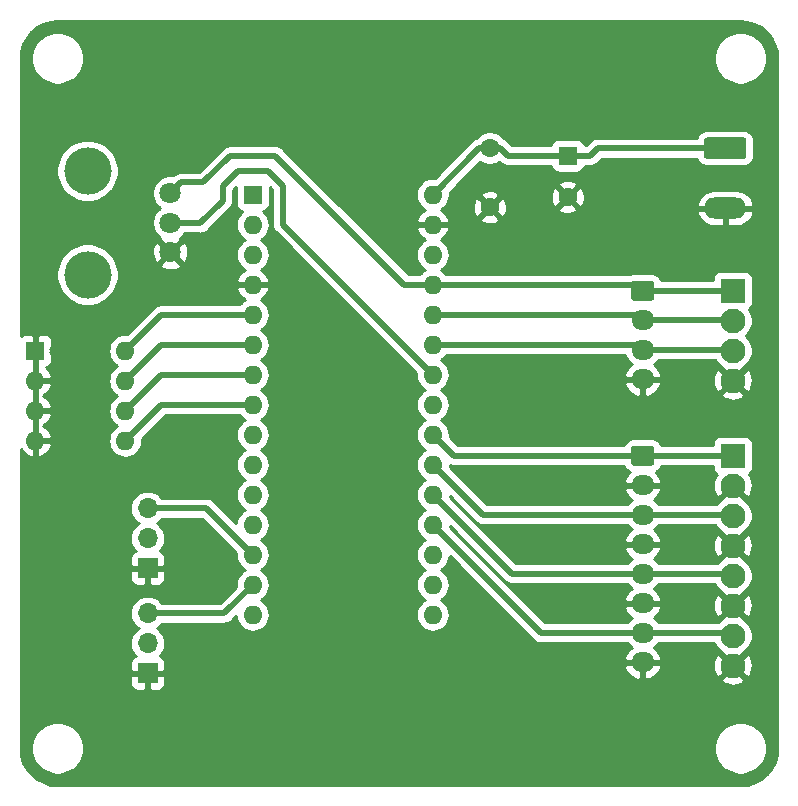
<source format=gbr>
G04 #@! TF.GenerationSoftware,KiCad,Pcbnew,(5.1.0)-1*
G04 #@! TF.CreationDate,2019-05-27T17:00:03-04:00*
G04 #@! TF.ProjectId,pro-mini-adapter-board,70726f2d-6d69-46e6-992d-616461707465,rev?*
G04 #@! TF.SameCoordinates,Original*
G04 #@! TF.FileFunction,Copper,L1,Top*
G04 #@! TF.FilePolarity,Positive*
%FSLAX46Y46*%
G04 Gerber Fmt 4.6, Leading zero omitted, Abs format (unit mm)*
G04 Created by KiCad (PCBNEW (5.1.0)-1) date 2019-05-27 17:00:03*
%MOMM*%
%LPD*%
G04 APERTURE LIST*
%ADD10C,1.600000*%
%ADD11R,1.600000X1.600000*%
%ADD12O,1.600000X1.600000*%
%ADD13C,0.100000*%
%ADD14C,1.700000*%
%ADD15O,1.950000X1.700000*%
%ADD16R,2.100000X2.100000*%
%ADD17C,2.100000*%
%ADD18C,1.800000*%
%ADD19O,3.600000X1.800000*%
%ADD20C,4.000000*%
%ADD21O,1.700000X1.700000*%
%ADD22R,1.700000X1.700000*%
%ADD23C,0.800000*%
%ADD24C,0.508000*%
%ADD25C,0.254000*%
G04 APERTURE END LIST*
D10*
X127000000Y-67000000D03*
D11*
X127000000Y-63500000D03*
X100330000Y-66802000D03*
D12*
X115570000Y-99822000D03*
X100330000Y-69342000D03*
X115570000Y-97282000D03*
X100330000Y-71882000D03*
X115570000Y-94742000D03*
X100330000Y-74422000D03*
X115570000Y-92202000D03*
X100330000Y-76962000D03*
X115570000Y-89662000D03*
X100330000Y-79502000D03*
X115570000Y-87122000D03*
X100330000Y-82042000D03*
X115570000Y-84582000D03*
X100330000Y-84582000D03*
X115570000Y-82042000D03*
X100330000Y-87122000D03*
X115570000Y-79502000D03*
X100330000Y-89662000D03*
X115570000Y-76962000D03*
X100330000Y-92202000D03*
X115570000Y-74422000D03*
X100330000Y-94742000D03*
X115570000Y-71882000D03*
X100330000Y-97282000D03*
X115570000Y-69342000D03*
X100330000Y-99822000D03*
X115570000Y-66802000D03*
X100330000Y-102362000D03*
X115570000Y-102362000D03*
D10*
X120396000Y-62865000D03*
X120396000Y-67865000D03*
D13*
G36*
X134099504Y-74081204D02*
G01*
X134123773Y-74084804D01*
X134147571Y-74090765D01*
X134170671Y-74099030D01*
X134192849Y-74109520D01*
X134213893Y-74122133D01*
X134233598Y-74136747D01*
X134251777Y-74153223D01*
X134268253Y-74171402D01*
X134282867Y-74191107D01*
X134295480Y-74212151D01*
X134305970Y-74234329D01*
X134314235Y-74257429D01*
X134320196Y-74281227D01*
X134323796Y-74305496D01*
X134325000Y-74330000D01*
X134325000Y-75530000D01*
X134323796Y-75554504D01*
X134320196Y-75578773D01*
X134314235Y-75602571D01*
X134305970Y-75625671D01*
X134295480Y-75647849D01*
X134282867Y-75668893D01*
X134268253Y-75688598D01*
X134251777Y-75706777D01*
X134233598Y-75723253D01*
X134213893Y-75737867D01*
X134192849Y-75750480D01*
X134170671Y-75760970D01*
X134147571Y-75769235D01*
X134123773Y-75775196D01*
X134099504Y-75778796D01*
X134075000Y-75780000D01*
X132625000Y-75780000D01*
X132600496Y-75778796D01*
X132576227Y-75775196D01*
X132552429Y-75769235D01*
X132529329Y-75760970D01*
X132507151Y-75750480D01*
X132486107Y-75737867D01*
X132466402Y-75723253D01*
X132448223Y-75706777D01*
X132431747Y-75688598D01*
X132417133Y-75668893D01*
X132404520Y-75647849D01*
X132394030Y-75625671D01*
X132385765Y-75602571D01*
X132379804Y-75578773D01*
X132376204Y-75554504D01*
X132375000Y-75530000D01*
X132375000Y-74330000D01*
X132376204Y-74305496D01*
X132379804Y-74281227D01*
X132385765Y-74257429D01*
X132394030Y-74234329D01*
X132404520Y-74212151D01*
X132417133Y-74191107D01*
X132431747Y-74171402D01*
X132448223Y-74153223D01*
X132466402Y-74136747D01*
X132486107Y-74122133D01*
X132507151Y-74109520D01*
X132529329Y-74099030D01*
X132552429Y-74090765D01*
X132576227Y-74084804D01*
X132600496Y-74081204D01*
X132625000Y-74080000D01*
X134075000Y-74080000D01*
X134099504Y-74081204D01*
X134099504Y-74081204D01*
G37*
D14*
X133350000Y-74930000D03*
D15*
X133350000Y-77430000D03*
X133350000Y-79930000D03*
X133350000Y-82430000D03*
D13*
G36*
X134099504Y-88051204D02*
G01*
X134123773Y-88054804D01*
X134147571Y-88060765D01*
X134170671Y-88069030D01*
X134192849Y-88079520D01*
X134213893Y-88092133D01*
X134233598Y-88106747D01*
X134251777Y-88123223D01*
X134268253Y-88141402D01*
X134282867Y-88161107D01*
X134295480Y-88182151D01*
X134305970Y-88204329D01*
X134314235Y-88227429D01*
X134320196Y-88251227D01*
X134323796Y-88275496D01*
X134325000Y-88300000D01*
X134325000Y-89500000D01*
X134323796Y-89524504D01*
X134320196Y-89548773D01*
X134314235Y-89572571D01*
X134305970Y-89595671D01*
X134295480Y-89617849D01*
X134282867Y-89638893D01*
X134268253Y-89658598D01*
X134251777Y-89676777D01*
X134233598Y-89693253D01*
X134213893Y-89707867D01*
X134192849Y-89720480D01*
X134170671Y-89730970D01*
X134147571Y-89739235D01*
X134123773Y-89745196D01*
X134099504Y-89748796D01*
X134075000Y-89750000D01*
X132625000Y-89750000D01*
X132600496Y-89748796D01*
X132576227Y-89745196D01*
X132552429Y-89739235D01*
X132529329Y-89730970D01*
X132507151Y-89720480D01*
X132486107Y-89707867D01*
X132466402Y-89693253D01*
X132448223Y-89676777D01*
X132431747Y-89658598D01*
X132417133Y-89638893D01*
X132404520Y-89617849D01*
X132394030Y-89595671D01*
X132385765Y-89572571D01*
X132379804Y-89548773D01*
X132376204Y-89524504D01*
X132375000Y-89500000D01*
X132375000Y-88300000D01*
X132376204Y-88275496D01*
X132379804Y-88251227D01*
X132385765Y-88227429D01*
X132394030Y-88204329D01*
X132404520Y-88182151D01*
X132417133Y-88161107D01*
X132431747Y-88141402D01*
X132448223Y-88123223D01*
X132466402Y-88106747D01*
X132486107Y-88092133D01*
X132507151Y-88079520D01*
X132529329Y-88069030D01*
X132552429Y-88060765D01*
X132576227Y-88054804D01*
X132600496Y-88051204D01*
X132625000Y-88050000D01*
X134075000Y-88050000D01*
X134099504Y-88051204D01*
X134099504Y-88051204D01*
G37*
D14*
X133350000Y-88900000D03*
D15*
X133350000Y-91400000D03*
X133350000Y-93900000D03*
X133350000Y-96400000D03*
X133350000Y-98900000D03*
X133350000Y-101400000D03*
X133350000Y-103900000D03*
X133350000Y-106400000D03*
D16*
X140970000Y-74930000D03*
D17*
X140970000Y-77470000D03*
X140970000Y-80010000D03*
X140970000Y-82550000D03*
X140970000Y-106680000D03*
X140970000Y-104140000D03*
X140970000Y-101600000D03*
X140970000Y-99060000D03*
X140970000Y-96520000D03*
X140970000Y-93980000D03*
X140970000Y-91440000D03*
D16*
X140970000Y-88900000D03*
D13*
G36*
X141909504Y-61966204D02*
G01*
X141933773Y-61969804D01*
X141957571Y-61975765D01*
X141980671Y-61984030D01*
X142002849Y-61994520D01*
X142023893Y-62007133D01*
X142043598Y-62021747D01*
X142061777Y-62038223D01*
X142078253Y-62056402D01*
X142092867Y-62076107D01*
X142105480Y-62097151D01*
X142115970Y-62119329D01*
X142124235Y-62142429D01*
X142130196Y-62166227D01*
X142133796Y-62190496D01*
X142135000Y-62215000D01*
X142135000Y-63515000D01*
X142133796Y-63539504D01*
X142130196Y-63563773D01*
X142124235Y-63587571D01*
X142115970Y-63610671D01*
X142105480Y-63632849D01*
X142092867Y-63653893D01*
X142078253Y-63673598D01*
X142061777Y-63691777D01*
X142043598Y-63708253D01*
X142023893Y-63722867D01*
X142002849Y-63735480D01*
X141980671Y-63745970D01*
X141957571Y-63754235D01*
X141933773Y-63760196D01*
X141909504Y-63763796D01*
X141885000Y-63765000D01*
X138785000Y-63765000D01*
X138760496Y-63763796D01*
X138736227Y-63760196D01*
X138712429Y-63754235D01*
X138689329Y-63745970D01*
X138667151Y-63735480D01*
X138646107Y-63722867D01*
X138626402Y-63708253D01*
X138608223Y-63691777D01*
X138591747Y-63673598D01*
X138577133Y-63653893D01*
X138564520Y-63632849D01*
X138554030Y-63610671D01*
X138545765Y-63587571D01*
X138539804Y-63563773D01*
X138536204Y-63539504D01*
X138535000Y-63515000D01*
X138535000Y-62215000D01*
X138536204Y-62190496D01*
X138539804Y-62166227D01*
X138545765Y-62142429D01*
X138554030Y-62119329D01*
X138564520Y-62097151D01*
X138577133Y-62076107D01*
X138591747Y-62056402D01*
X138608223Y-62038223D01*
X138626402Y-62021747D01*
X138646107Y-62007133D01*
X138667151Y-61994520D01*
X138689329Y-61984030D01*
X138712429Y-61975765D01*
X138736227Y-61969804D01*
X138760496Y-61966204D01*
X138785000Y-61965000D01*
X141885000Y-61965000D01*
X141909504Y-61966204D01*
X141909504Y-61966204D01*
G37*
D18*
X140335000Y-62865000D03*
D19*
X140335000Y-67945000D03*
D18*
X93345000Y-71675000D03*
X93345000Y-69175000D03*
X93345000Y-66675000D03*
D20*
X86345000Y-73575000D03*
X86345000Y-64775000D03*
D11*
X81915000Y-80010000D03*
D12*
X89535000Y-87630000D03*
X81915000Y-82550000D03*
X89535000Y-85090000D03*
X81915000Y-85090000D03*
X89535000Y-82550000D03*
X81915000Y-87630000D03*
X89535000Y-80010000D03*
D21*
X91440000Y-102235000D03*
X91440000Y-104775000D03*
D22*
X91440000Y-107315000D03*
X91440000Y-98425000D03*
D21*
X91440000Y-95885000D03*
X91440000Y-93345000D03*
D23*
X91440000Y-53340000D03*
X101600000Y-53340000D03*
X111760000Y-53340000D03*
X121920000Y-53340000D03*
X132080000Y-53340000D03*
X91440000Y-114300000D03*
X101600000Y-114300000D03*
X111760000Y-114300000D03*
X121920000Y-114300000D03*
X132080000Y-114300000D03*
X83820000Y-106045000D03*
X83820000Y-97155000D03*
X123825000Y-83820000D03*
X105410000Y-80010000D03*
X125730000Y-71120000D03*
X95250000Y-89535000D03*
X111125000Y-94615000D03*
X93345000Y-63500000D03*
D24*
X92583000Y-76962000D02*
X100330000Y-76962000D01*
X89535000Y-80010000D02*
X92583000Y-76962000D01*
X92583000Y-79502000D02*
X100330000Y-79502000D01*
X89535000Y-82550000D02*
X92583000Y-79502000D01*
X101600000Y-64770000D02*
X99060000Y-64770000D01*
X97790000Y-67310000D02*
X95885000Y-69215000D01*
X102870000Y-66040000D02*
X101600000Y-64770000D01*
X97790000Y-66040000D02*
X97790000Y-67310000D01*
X99060000Y-64770000D02*
X97790000Y-66040000D01*
X95885000Y-69215000D02*
X95845000Y-69175000D01*
X95845000Y-69175000D02*
X93345000Y-69175000D01*
X102870000Y-69342000D02*
X115570000Y-82042000D01*
X102870000Y-66040000D02*
X102870000Y-69342000D01*
X92583000Y-82042000D02*
X100330000Y-82042000D01*
X89535000Y-85090000D02*
X92583000Y-82042000D01*
X92583000Y-84582000D02*
X89535000Y-87630000D01*
X100330000Y-84582000D02*
X92583000Y-84582000D01*
X117348000Y-88900000D02*
X133350000Y-88900000D01*
X115570000Y-87122000D02*
X117348000Y-88900000D01*
X133350000Y-88900000D02*
X140970000Y-88900000D01*
X132922000Y-79502000D02*
X133350000Y-79930000D01*
X115570000Y-79502000D02*
X132922000Y-79502000D01*
X140890000Y-79930000D02*
X140970000Y-80010000D01*
X133350000Y-79930000D02*
X140890000Y-79930000D01*
X119808000Y-93900000D02*
X115570000Y-89662000D01*
X133350000Y-93900000D02*
X119808000Y-93900000D01*
X140890000Y-93900000D02*
X140970000Y-93980000D01*
X133350000Y-93900000D02*
X140890000Y-93900000D01*
X132882000Y-76962000D02*
X133350000Y-77430000D01*
X115570000Y-76962000D02*
X132882000Y-76962000D01*
X140930000Y-77430000D02*
X140970000Y-77470000D01*
X133350000Y-77430000D02*
X140930000Y-77430000D01*
X122268000Y-98900000D02*
X115570000Y-92202000D01*
X133350000Y-98900000D02*
X122268000Y-98900000D01*
X140810000Y-98900000D02*
X140970000Y-99060000D01*
X133350000Y-98900000D02*
X140810000Y-98900000D01*
X132842000Y-74422000D02*
X133350000Y-74930000D01*
X115570000Y-74422000D02*
X132842000Y-74422000D01*
X133350000Y-74930000D02*
X140970000Y-74930000D01*
X113157000Y-74422000D02*
X115570000Y-74422000D01*
X102235000Y-63500000D02*
X113157000Y-74422000D01*
X98425000Y-63500000D02*
X102235000Y-63500000D01*
X96149999Y-65775001D02*
X98425000Y-63500000D01*
X93345000Y-66675000D02*
X94244999Y-65775001D01*
X94244999Y-65775001D02*
X96149999Y-65775001D01*
X124728000Y-103900000D02*
X115570000Y-94742000D01*
X133350000Y-103900000D02*
X124728000Y-103900000D01*
X140730000Y-103900000D02*
X140970000Y-104140000D01*
X133350000Y-103900000D02*
X140730000Y-103900000D01*
X96393000Y-93345000D02*
X100330000Y-97282000D01*
X91440000Y-93345000D02*
X96393000Y-93345000D01*
X97917000Y-102235000D02*
X100330000Y-99822000D01*
X91440000Y-102235000D02*
X97917000Y-102235000D01*
X129540000Y-62865000D02*
X128905000Y-63500000D01*
X140335000Y-62865000D02*
X129540000Y-62865000D01*
X121920000Y-63500000D02*
X121285000Y-62865000D01*
X128905000Y-63500000D02*
X121920000Y-63500000D01*
X119507000Y-62865000D02*
X115570000Y-66802000D01*
X121285000Y-62865000D02*
X119507000Y-62865000D01*
D25*
G36*
X142216222Y-52158096D02*
G01*
X142804164Y-52335606D01*
X143346436Y-52623937D01*
X143822364Y-53012094D01*
X144213845Y-53485314D01*
X144505951Y-54025552D01*
X144687563Y-54612244D01*
X144755000Y-55253879D01*
X144755001Y-113632711D01*
X144691904Y-114276221D01*
X144514394Y-114864164D01*
X144226063Y-115406436D01*
X143837906Y-115882364D01*
X143364686Y-116273845D01*
X142824449Y-116565950D01*
X142237756Y-116747563D01*
X141596130Y-116815000D01*
X83852279Y-116815000D01*
X83208779Y-116751904D01*
X82620836Y-116574394D01*
X82078564Y-116286063D01*
X81602636Y-115897906D01*
X81211155Y-115424686D01*
X80919050Y-114884449D01*
X80737437Y-114297756D01*
X80670000Y-113656130D01*
X80670000Y-113444872D01*
X81585000Y-113444872D01*
X81585000Y-113885128D01*
X81670890Y-114316925D01*
X81839369Y-114723669D01*
X82083962Y-115089729D01*
X82395271Y-115401038D01*
X82761331Y-115645631D01*
X83168075Y-115814110D01*
X83599872Y-115900000D01*
X84040128Y-115900000D01*
X84471925Y-115814110D01*
X84878669Y-115645631D01*
X85244729Y-115401038D01*
X85556038Y-115089729D01*
X85800631Y-114723669D01*
X85969110Y-114316925D01*
X86055000Y-113885128D01*
X86055000Y-113444872D01*
X139370000Y-113444872D01*
X139370000Y-113885128D01*
X139455890Y-114316925D01*
X139624369Y-114723669D01*
X139868962Y-115089729D01*
X140180271Y-115401038D01*
X140546331Y-115645631D01*
X140953075Y-115814110D01*
X141384872Y-115900000D01*
X141825128Y-115900000D01*
X142256925Y-115814110D01*
X142663669Y-115645631D01*
X143029729Y-115401038D01*
X143341038Y-115089729D01*
X143585631Y-114723669D01*
X143754110Y-114316925D01*
X143840000Y-113885128D01*
X143840000Y-113444872D01*
X143754110Y-113013075D01*
X143585631Y-112606331D01*
X143341038Y-112240271D01*
X143029729Y-111928962D01*
X142663669Y-111684369D01*
X142256925Y-111515890D01*
X141825128Y-111430000D01*
X141384872Y-111430000D01*
X140953075Y-111515890D01*
X140546331Y-111684369D01*
X140180271Y-111928962D01*
X139868962Y-112240271D01*
X139624369Y-112606331D01*
X139455890Y-113013075D01*
X139370000Y-113444872D01*
X86055000Y-113444872D01*
X85969110Y-113013075D01*
X85800631Y-112606331D01*
X85556038Y-112240271D01*
X85244729Y-111928962D01*
X84878669Y-111684369D01*
X84471925Y-111515890D01*
X84040128Y-111430000D01*
X83599872Y-111430000D01*
X83168075Y-111515890D01*
X82761331Y-111684369D01*
X82395271Y-111928962D01*
X82083962Y-112240271D01*
X81839369Y-112606331D01*
X81670890Y-113013075D01*
X81585000Y-113444872D01*
X80670000Y-113444872D01*
X80670000Y-108165000D01*
X89951928Y-108165000D01*
X89964188Y-108289482D01*
X90000498Y-108409180D01*
X90059463Y-108519494D01*
X90138815Y-108616185D01*
X90235506Y-108695537D01*
X90345820Y-108754502D01*
X90465518Y-108790812D01*
X90590000Y-108803072D01*
X91154250Y-108800000D01*
X91313000Y-108641250D01*
X91313000Y-107442000D01*
X91567000Y-107442000D01*
X91567000Y-108641250D01*
X91725750Y-108800000D01*
X92290000Y-108803072D01*
X92414482Y-108790812D01*
X92534180Y-108754502D01*
X92644494Y-108695537D01*
X92741185Y-108616185D01*
X92820537Y-108519494D01*
X92879502Y-108409180D01*
X92915812Y-108289482D01*
X92928072Y-108165000D01*
X92925000Y-107600750D01*
X92766250Y-107442000D01*
X91567000Y-107442000D01*
X91313000Y-107442000D01*
X90113750Y-107442000D01*
X89955000Y-107600750D01*
X89951928Y-108165000D01*
X80670000Y-108165000D01*
X80670000Y-99275000D01*
X89951928Y-99275000D01*
X89964188Y-99399482D01*
X90000498Y-99519180D01*
X90059463Y-99629494D01*
X90138815Y-99726185D01*
X90235506Y-99805537D01*
X90345820Y-99864502D01*
X90465518Y-99900812D01*
X90590000Y-99913072D01*
X91154250Y-99910000D01*
X91313000Y-99751250D01*
X91313000Y-98552000D01*
X91567000Y-98552000D01*
X91567000Y-99751250D01*
X91725750Y-99910000D01*
X92290000Y-99913072D01*
X92414482Y-99900812D01*
X92534180Y-99864502D01*
X92644494Y-99805537D01*
X92741185Y-99726185D01*
X92820537Y-99629494D01*
X92879502Y-99519180D01*
X92915812Y-99399482D01*
X92928072Y-99275000D01*
X92925000Y-98710750D01*
X92766250Y-98552000D01*
X91567000Y-98552000D01*
X91313000Y-98552000D01*
X90113750Y-98552000D01*
X89955000Y-98710750D01*
X89951928Y-99275000D01*
X80670000Y-99275000D01*
X80670000Y-88337878D01*
X80683963Y-88367420D01*
X80851481Y-88593414D01*
X81059869Y-88782385D01*
X81301119Y-88927070D01*
X81565960Y-89021909D01*
X81788000Y-88900624D01*
X81788000Y-87757000D01*
X82042000Y-87757000D01*
X82042000Y-88900624D01*
X82264040Y-89021909D01*
X82528881Y-88927070D01*
X82770131Y-88782385D01*
X82978519Y-88593414D01*
X83146037Y-88367420D01*
X83266246Y-88113087D01*
X83306904Y-87979039D01*
X83184915Y-87757000D01*
X82042000Y-87757000D01*
X81788000Y-87757000D01*
X81768000Y-87757000D01*
X81768000Y-87503000D01*
X81788000Y-87503000D01*
X81788000Y-85217000D01*
X82042000Y-85217000D01*
X82042000Y-87503000D01*
X83184915Y-87503000D01*
X83306904Y-87280961D01*
X83266246Y-87146913D01*
X83146037Y-86892580D01*
X82978519Y-86666586D01*
X82770131Y-86477615D01*
X82574018Y-86360000D01*
X82770131Y-86242385D01*
X82978519Y-86053414D01*
X83146037Y-85827420D01*
X83266246Y-85573087D01*
X83306904Y-85439039D01*
X83184915Y-85217000D01*
X82042000Y-85217000D01*
X81788000Y-85217000D01*
X81768000Y-85217000D01*
X81768000Y-84963000D01*
X81788000Y-84963000D01*
X81788000Y-82677000D01*
X82042000Y-82677000D01*
X82042000Y-84963000D01*
X83184915Y-84963000D01*
X83306904Y-84740961D01*
X83266246Y-84606913D01*
X83146037Y-84352580D01*
X82978519Y-84126586D01*
X82770131Y-83937615D01*
X82574018Y-83820000D01*
X82770131Y-83702385D01*
X82978519Y-83513414D01*
X83146037Y-83287420D01*
X83266246Y-83033087D01*
X83306904Y-82899039D01*
X83184915Y-82677000D01*
X82042000Y-82677000D01*
X81788000Y-82677000D01*
X81768000Y-82677000D01*
X81768000Y-82423000D01*
X81788000Y-82423000D01*
X81788000Y-80137000D01*
X81768000Y-80137000D01*
X81768000Y-79883000D01*
X81788000Y-79883000D01*
X81788000Y-78733750D01*
X82042000Y-78733750D01*
X82042000Y-79883000D01*
X82062000Y-79883000D01*
X82062000Y-80137000D01*
X82042000Y-80137000D01*
X82042000Y-82423000D01*
X83184915Y-82423000D01*
X83306904Y-82200961D01*
X83266246Y-82066913D01*
X83146037Y-81812580D01*
X82978519Y-81586586D01*
X82814920Y-81438231D01*
X82839482Y-81435812D01*
X82959180Y-81399502D01*
X83069494Y-81340537D01*
X83166185Y-81261185D01*
X83245537Y-81164494D01*
X83304502Y-81054180D01*
X83340812Y-80934482D01*
X83353072Y-80810000D01*
X83350000Y-80295750D01*
X83191252Y-80137002D01*
X83350000Y-80137002D01*
X83350000Y-80010000D01*
X88093057Y-80010000D01*
X88120764Y-80291309D01*
X88202818Y-80561808D01*
X88336068Y-80811101D01*
X88515392Y-81029608D01*
X88733899Y-81208932D01*
X88866858Y-81280000D01*
X88733899Y-81351068D01*
X88515392Y-81530392D01*
X88336068Y-81748899D01*
X88202818Y-81998192D01*
X88120764Y-82268691D01*
X88093057Y-82550000D01*
X88120764Y-82831309D01*
X88202818Y-83101808D01*
X88336068Y-83351101D01*
X88515392Y-83569608D01*
X88733899Y-83748932D01*
X88866858Y-83820000D01*
X88733899Y-83891068D01*
X88515392Y-84070392D01*
X88336068Y-84288899D01*
X88202818Y-84538192D01*
X88120764Y-84808691D01*
X88093057Y-85090000D01*
X88120764Y-85371309D01*
X88202818Y-85641808D01*
X88336068Y-85891101D01*
X88515392Y-86109608D01*
X88733899Y-86288932D01*
X88866858Y-86360000D01*
X88733899Y-86431068D01*
X88515392Y-86610392D01*
X88336068Y-86828899D01*
X88202818Y-87078192D01*
X88120764Y-87348691D01*
X88093057Y-87630000D01*
X88120764Y-87911309D01*
X88202818Y-88181808D01*
X88336068Y-88431101D01*
X88515392Y-88649608D01*
X88733899Y-88828932D01*
X88983192Y-88962182D01*
X89253691Y-89044236D01*
X89464508Y-89065000D01*
X89605492Y-89065000D01*
X89816309Y-89044236D01*
X90086808Y-88962182D01*
X90336101Y-88828932D01*
X90554608Y-88649608D01*
X90733932Y-88431101D01*
X90867182Y-88181808D01*
X90949236Y-87911309D01*
X90976943Y-87630000D01*
X90960382Y-87461854D01*
X92951236Y-85471000D01*
X99203205Y-85471000D01*
X99310392Y-85601608D01*
X99528899Y-85780932D01*
X99661858Y-85852000D01*
X99528899Y-85923068D01*
X99310392Y-86102392D01*
X99131068Y-86320899D01*
X98997818Y-86570192D01*
X98915764Y-86840691D01*
X98888057Y-87122000D01*
X98915764Y-87403309D01*
X98997818Y-87673808D01*
X99131068Y-87923101D01*
X99310392Y-88141608D01*
X99528899Y-88320932D01*
X99661858Y-88392000D01*
X99528899Y-88463068D01*
X99310392Y-88642392D01*
X99131068Y-88860899D01*
X98997818Y-89110192D01*
X98915764Y-89380691D01*
X98888057Y-89662000D01*
X98915764Y-89943309D01*
X98997818Y-90213808D01*
X99131068Y-90463101D01*
X99310392Y-90681608D01*
X99528899Y-90860932D01*
X99661858Y-90932000D01*
X99528899Y-91003068D01*
X99310392Y-91182392D01*
X99131068Y-91400899D01*
X98997818Y-91650192D01*
X98915764Y-91920691D01*
X98888057Y-92202000D01*
X98915764Y-92483309D01*
X98997818Y-92753808D01*
X99131068Y-93003101D01*
X99310392Y-93221608D01*
X99528899Y-93400932D01*
X99661858Y-93472000D01*
X99528899Y-93543068D01*
X99310392Y-93722392D01*
X99131068Y-93940899D01*
X98997818Y-94190192D01*
X98915764Y-94460691D01*
X98902329Y-94597094D01*
X97052499Y-92747264D01*
X97024659Y-92713341D01*
X96889291Y-92602247D01*
X96734851Y-92519697D01*
X96567274Y-92468864D01*
X96436667Y-92456000D01*
X96436660Y-92456000D01*
X96393000Y-92451700D01*
X96349340Y-92456000D01*
X92631477Y-92456000D01*
X92495134Y-92289866D01*
X92269014Y-92104294D01*
X92011034Y-91966401D01*
X91731111Y-91881487D01*
X91512950Y-91860000D01*
X91367050Y-91860000D01*
X91148889Y-91881487D01*
X90868966Y-91966401D01*
X90610986Y-92104294D01*
X90384866Y-92289866D01*
X90199294Y-92515986D01*
X90061401Y-92773966D01*
X89976487Y-93053889D01*
X89947815Y-93345000D01*
X89976487Y-93636111D01*
X90061401Y-93916034D01*
X90199294Y-94174014D01*
X90384866Y-94400134D01*
X90610986Y-94585706D01*
X90665791Y-94615000D01*
X90610986Y-94644294D01*
X90384866Y-94829866D01*
X90199294Y-95055986D01*
X90061401Y-95313966D01*
X89976487Y-95593889D01*
X89947815Y-95885000D01*
X89976487Y-96176111D01*
X90061401Y-96456034D01*
X90199294Y-96714014D01*
X90384866Y-96940134D01*
X90414687Y-96964607D01*
X90345820Y-96985498D01*
X90235506Y-97044463D01*
X90138815Y-97123815D01*
X90059463Y-97220506D01*
X90000498Y-97330820D01*
X89964188Y-97450518D01*
X89951928Y-97575000D01*
X89955000Y-98139250D01*
X90113750Y-98298000D01*
X91313000Y-98298000D01*
X91313000Y-98278000D01*
X91567000Y-98278000D01*
X91567000Y-98298000D01*
X92766250Y-98298000D01*
X92925000Y-98139250D01*
X92928072Y-97575000D01*
X92915812Y-97450518D01*
X92879502Y-97330820D01*
X92820537Y-97220506D01*
X92741185Y-97123815D01*
X92644494Y-97044463D01*
X92534180Y-96985498D01*
X92465313Y-96964607D01*
X92495134Y-96940134D01*
X92680706Y-96714014D01*
X92818599Y-96456034D01*
X92903513Y-96176111D01*
X92932185Y-95885000D01*
X92903513Y-95593889D01*
X92818599Y-95313966D01*
X92680706Y-95055986D01*
X92495134Y-94829866D01*
X92269014Y-94644294D01*
X92214209Y-94615000D01*
X92269014Y-94585706D01*
X92495134Y-94400134D01*
X92631477Y-94234000D01*
X96024765Y-94234000D01*
X98904618Y-97113854D01*
X98888057Y-97282000D01*
X98915764Y-97563309D01*
X98997818Y-97833808D01*
X99131068Y-98083101D01*
X99310392Y-98301608D01*
X99528899Y-98480932D01*
X99661858Y-98552000D01*
X99528899Y-98623068D01*
X99310392Y-98802392D01*
X99131068Y-99020899D01*
X98997818Y-99270192D01*
X98915764Y-99540691D01*
X98888057Y-99822000D01*
X98904618Y-99990147D01*
X97548765Y-101346000D01*
X92631477Y-101346000D01*
X92495134Y-101179866D01*
X92269014Y-100994294D01*
X92011034Y-100856401D01*
X91731111Y-100771487D01*
X91512950Y-100750000D01*
X91367050Y-100750000D01*
X91148889Y-100771487D01*
X90868966Y-100856401D01*
X90610986Y-100994294D01*
X90384866Y-101179866D01*
X90199294Y-101405986D01*
X90061401Y-101663966D01*
X89976487Y-101943889D01*
X89947815Y-102235000D01*
X89976487Y-102526111D01*
X90061401Y-102806034D01*
X90199294Y-103064014D01*
X90384866Y-103290134D01*
X90610986Y-103475706D01*
X90665791Y-103505000D01*
X90610986Y-103534294D01*
X90384866Y-103719866D01*
X90199294Y-103945986D01*
X90061401Y-104203966D01*
X89976487Y-104483889D01*
X89947815Y-104775000D01*
X89976487Y-105066111D01*
X90061401Y-105346034D01*
X90199294Y-105604014D01*
X90384866Y-105830134D01*
X90414687Y-105854607D01*
X90345820Y-105875498D01*
X90235506Y-105934463D01*
X90138815Y-106013815D01*
X90059463Y-106110506D01*
X90000498Y-106220820D01*
X89964188Y-106340518D01*
X89951928Y-106465000D01*
X89955000Y-107029250D01*
X90113750Y-107188000D01*
X91313000Y-107188000D01*
X91313000Y-107168000D01*
X91567000Y-107168000D01*
X91567000Y-107188000D01*
X92766250Y-107188000D01*
X92925000Y-107029250D01*
X92926482Y-106756890D01*
X131783524Y-106756890D01*
X131875648Y-107019858D01*
X132022504Y-107271193D01*
X132215571Y-107489049D01*
X132447430Y-107665053D01*
X132709170Y-107792442D01*
X132990733Y-107866320D01*
X133223000Y-107726165D01*
X133223000Y-106527000D01*
X133477000Y-106527000D01*
X133477000Y-107726165D01*
X133709267Y-107866320D01*
X133767402Y-107851066D01*
X139978539Y-107851066D01*
X140080339Y-108120579D01*
X140378477Y-108266463D01*
X140699346Y-108351380D01*
X141030617Y-108372066D01*
X141359557Y-108327728D01*
X141673527Y-108220069D01*
X141859661Y-108120579D01*
X141961461Y-107851066D01*
X140970000Y-106859605D01*
X139978539Y-107851066D01*
X133767402Y-107851066D01*
X133990830Y-107792442D01*
X134252570Y-107665053D01*
X134484429Y-107489049D01*
X134677496Y-107271193D01*
X134824352Y-107019858D01*
X134916476Y-106756890D01*
X134907889Y-106740617D01*
X139277934Y-106740617D01*
X139322272Y-107069557D01*
X139429931Y-107383527D01*
X139529421Y-107569661D01*
X139798934Y-107671461D01*
X140790395Y-106680000D01*
X141149605Y-106680000D01*
X142141066Y-107671461D01*
X142410579Y-107569661D01*
X142556463Y-107271523D01*
X142641380Y-106950654D01*
X142662066Y-106619383D01*
X142617728Y-106290443D01*
X142510069Y-105976473D01*
X142410579Y-105790339D01*
X142141066Y-105688539D01*
X141149605Y-106680000D01*
X140790395Y-106680000D01*
X139798934Y-105688539D01*
X139529421Y-105790339D01*
X139383537Y-106088477D01*
X139298620Y-106409346D01*
X139277934Y-106740617D01*
X134907889Y-106740617D01*
X134795155Y-106527000D01*
X133477000Y-106527000D01*
X133223000Y-106527000D01*
X131904845Y-106527000D01*
X131783524Y-106756890D01*
X92926482Y-106756890D01*
X92928072Y-106465000D01*
X92915812Y-106340518D01*
X92879502Y-106220820D01*
X92820537Y-106110506D01*
X92741185Y-106013815D01*
X92644494Y-105934463D01*
X92534180Y-105875498D01*
X92465313Y-105854607D01*
X92495134Y-105830134D01*
X92680706Y-105604014D01*
X92818599Y-105346034D01*
X92903513Y-105066111D01*
X92932185Y-104775000D01*
X92903513Y-104483889D01*
X92818599Y-104203966D01*
X92680706Y-103945986D01*
X92495134Y-103719866D01*
X92269014Y-103534294D01*
X92214209Y-103505000D01*
X92269014Y-103475706D01*
X92495134Y-103290134D01*
X92631477Y-103124000D01*
X97873340Y-103124000D01*
X97917000Y-103128300D01*
X97960660Y-103124000D01*
X97960667Y-103124000D01*
X98091274Y-103111136D01*
X98258851Y-103060303D01*
X98413291Y-102977753D01*
X98548659Y-102866659D01*
X98576499Y-102832736D01*
X98902329Y-102506906D01*
X98915764Y-102643309D01*
X98997818Y-102913808D01*
X99131068Y-103163101D01*
X99310392Y-103381608D01*
X99528899Y-103560932D01*
X99778192Y-103694182D01*
X100048691Y-103776236D01*
X100259508Y-103797000D01*
X100400492Y-103797000D01*
X100611309Y-103776236D01*
X100881808Y-103694182D01*
X101131101Y-103560932D01*
X101349608Y-103381608D01*
X101528932Y-103163101D01*
X101662182Y-102913808D01*
X101744236Y-102643309D01*
X101771943Y-102362000D01*
X101744236Y-102080691D01*
X101662182Y-101810192D01*
X101528932Y-101560899D01*
X101349608Y-101342392D01*
X101131101Y-101163068D01*
X100998142Y-101092000D01*
X101131101Y-101020932D01*
X101349608Y-100841608D01*
X101528932Y-100623101D01*
X101662182Y-100373808D01*
X101744236Y-100103309D01*
X101771943Y-99822000D01*
X101744236Y-99540691D01*
X101662182Y-99270192D01*
X101528932Y-99020899D01*
X101349608Y-98802392D01*
X101131101Y-98623068D01*
X100998142Y-98552000D01*
X101131101Y-98480932D01*
X101349608Y-98301608D01*
X101528932Y-98083101D01*
X101662182Y-97833808D01*
X101744236Y-97563309D01*
X101771943Y-97282000D01*
X101744236Y-97000691D01*
X101662182Y-96730192D01*
X101528932Y-96480899D01*
X101349608Y-96262392D01*
X101131101Y-96083068D01*
X100998142Y-96012000D01*
X101131101Y-95940932D01*
X101349608Y-95761608D01*
X101528932Y-95543101D01*
X101662182Y-95293808D01*
X101744236Y-95023309D01*
X101771943Y-94742000D01*
X101744236Y-94460691D01*
X101662182Y-94190192D01*
X101528932Y-93940899D01*
X101349608Y-93722392D01*
X101131101Y-93543068D01*
X100998142Y-93472000D01*
X101131101Y-93400932D01*
X101349608Y-93221608D01*
X101528932Y-93003101D01*
X101662182Y-92753808D01*
X101744236Y-92483309D01*
X101771943Y-92202000D01*
X101744236Y-91920691D01*
X101662182Y-91650192D01*
X101528932Y-91400899D01*
X101349608Y-91182392D01*
X101131101Y-91003068D01*
X100998142Y-90932000D01*
X101131101Y-90860932D01*
X101349608Y-90681608D01*
X101528932Y-90463101D01*
X101662182Y-90213808D01*
X101744236Y-89943309D01*
X101771943Y-89662000D01*
X101744236Y-89380691D01*
X101662182Y-89110192D01*
X101528932Y-88860899D01*
X101349608Y-88642392D01*
X101131101Y-88463068D01*
X100998142Y-88392000D01*
X101131101Y-88320932D01*
X101349608Y-88141608D01*
X101528932Y-87923101D01*
X101662182Y-87673808D01*
X101744236Y-87403309D01*
X101771943Y-87122000D01*
X101744236Y-86840691D01*
X101662182Y-86570192D01*
X101528932Y-86320899D01*
X101349608Y-86102392D01*
X101131101Y-85923068D01*
X100998142Y-85852000D01*
X101131101Y-85780932D01*
X101349608Y-85601608D01*
X101528932Y-85383101D01*
X101662182Y-85133808D01*
X101744236Y-84863309D01*
X101771943Y-84582000D01*
X101744236Y-84300691D01*
X101662182Y-84030192D01*
X101528932Y-83780899D01*
X101349608Y-83562392D01*
X101131101Y-83383068D01*
X100998142Y-83312000D01*
X101131101Y-83240932D01*
X101349608Y-83061608D01*
X101528932Y-82843101D01*
X101662182Y-82593808D01*
X101744236Y-82323309D01*
X101771943Y-82042000D01*
X101744236Y-81760691D01*
X101662182Y-81490192D01*
X101528932Y-81240899D01*
X101349608Y-81022392D01*
X101131101Y-80843068D01*
X100998142Y-80772000D01*
X101131101Y-80700932D01*
X101349608Y-80521608D01*
X101528932Y-80303101D01*
X101662182Y-80053808D01*
X101744236Y-79783309D01*
X101771943Y-79502000D01*
X101744236Y-79220691D01*
X101662182Y-78950192D01*
X101528932Y-78700899D01*
X101349608Y-78482392D01*
X101131101Y-78303068D01*
X100998142Y-78232000D01*
X101131101Y-78160932D01*
X101349608Y-77981608D01*
X101528932Y-77763101D01*
X101662182Y-77513808D01*
X101744236Y-77243309D01*
X101771943Y-76962000D01*
X101744236Y-76680691D01*
X101662182Y-76410192D01*
X101528932Y-76160899D01*
X101349608Y-75942392D01*
X101131101Y-75763068D01*
X100993318Y-75689421D01*
X101185131Y-75574385D01*
X101393519Y-75385414D01*
X101561037Y-75159420D01*
X101681246Y-74905087D01*
X101721904Y-74771039D01*
X101599915Y-74549000D01*
X100457000Y-74549000D01*
X100457000Y-74569000D01*
X100203000Y-74569000D01*
X100203000Y-74549000D01*
X99060085Y-74549000D01*
X98938096Y-74771039D01*
X98978754Y-74905087D01*
X99098963Y-75159420D01*
X99266481Y-75385414D01*
X99474869Y-75574385D01*
X99666682Y-75689421D01*
X99528899Y-75763068D01*
X99310392Y-75942392D01*
X99203205Y-76073000D01*
X92626660Y-76073000D01*
X92583000Y-76068700D01*
X92539340Y-76073000D01*
X92539333Y-76073000D01*
X92425325Y-76084229D01*
X92408725Y-76085864D01*
X92335758Y-76107998D01*
X92241149Y-76136697D01*
X92086709Y-76219247D01*
X91951341Y-76330341D01*
X91923506Y-76364258D01*
X89703146Y-78584618D01*
X89605492Y-78575000D01*
X89464508Y-78575000D01*
X89253691Y-78595764D01*
X88983192Y-78677818D01*
X88733899Y-78811068D01*
X88515392Y-78990392D01*
X88336068Y-79208899D01*
X88202818Y-79458192D01*
X88120764Y-79728691D01*
X88093057Y-80010000D01*
X83350000Y-80010000D01*
X83350000Y-79882998D01*
X83191252Y-79882998D01*
X83350000Y-79724250D01*
X83353072Y-79210000D01*
X83340812Y-79085518D01*
X83304502Y-78965820D01*
X83245537Y-78855506D01*
X83166185Y-78758815D01*
X83069494Y-78679463D01*
X82959180Y-78620498D01*
X82839482Y-78584188D01*
X82715000Y-78571928D01*
X82200750Y-78575000D01*
X82042000Y-78733750D01*
X81788000Y-78733750D01*
X81629250Y-78575000D01*
X81115000Y-78571928D01*
X80990518Y-78584188D01*
X80870820Y-78620498D01*
X80760506Y-78679463D01*
X80670000Y-78753739D01*
X80670000Y-73315475D01*
X83710000Y-73315475D01*
X83710000Y-73834525D01*
X83811261Y-74343601D01*
X84009893Y-74823141D01*
X84298262Y-75254715D01*
X84665285Y-75621738D01*
X85096859Y-75910107D01*
X85576399Y-76108739D01*
X86085475Y-76210000D01*
X86604525Y-76210000D01*
X87113601Y-76108739D01*
X87593141Y-75910107D01*
X88024715Y-75621738D01*
X88391738Y-75254715D01*
X88680107Y-74823141D01*
X88878739Y-74343601D01*
X88980000Y-73834525D01*
X88980000Y-73315475D01*
X88878739Y-72806399D01*
X88850855Y-72739080D01*
X92460525Y-72739080D01*
X92544208Y-72993261D01*
X92816775Y-73124158D01*
X93109642Y-73199365D01*
X93411553Y-73215991D01*
X93710907Y-73173397D01*
X93996199Y-73073222D01*
X94145792Y-72993261D01*
X94229475Y-72739080D01*
X93345000Y-71854605D01*
X92460525Y-72739080D01*
X88850855Y-72739080D01*
X88680107Y-72326859D01*
X88391738Y-71895285D01*
X88238006Y-71741553D01*
X91804009Y-71741553D01*
X91846603Y-72040907D01*
X91946778Y-72326199D01*
X92026739Y-72475792D01*
X92280920Y-72559475D01*
X93165395Y-71675000D01*
X93524605Y-71675000D01*
X94409080Y-72559475D01*
X94663261Y-72475792D01*
X94794158Y-72203225D01*
X94869365Y-71910358D01*
X94885991Y-71608447D01*
X94843397Y-71309093D01*
X94743222Y-71023801D01*
X94663261Y-70874208D01*
X94409080Y-70790525D01*
X93524605Y-71675000D01*
X93165395Y-71675000D01*
X92280920Y-70790525D01*
X92026739Y-70874208D01*
X91895842Y-71146775D01*
X91820635Y-71439642D01*
X91804009Y-71741553D01*
X88238006Y-71741553D01*
X88024715Y-71528262D01*
X87593141Y-71239893D01*
X87113601Y-71041261D01*
X86604525Y-70940000D01*
X86085475Y-70940000D01*
X85576399Y-71041261D01*
X85096859Y-71239893D01*
X84665285Y-71528262D01*
X84298262Y-71895285D01*
X84009893Y-72326859D01*
X83811261Y-72806399D01*
X83710000Y-73315475D01*
X80670000Y-73315475D01*
X80670000Y-64515475D01*
X83710000Y-64515475D01*
X83710000Y-65034525D01*
X83811261Y-65543601D01*
X84009893Y-66023141D01*
X84298262Y-66454715D01*
X84665285Y-66821738D01*
X85096859Y-67110107D01*
X85576399Y-67308739D01*
X86085475Y-67410000D01*
X86604525Y-67410000D01*
X87113601Y-67308739D01*
X87593141Y-67110107D01*
X88024715Y-66821738D01*
X88322637Y-66523816D01*
X91810000Y-66523816D01*
X91810000Y-66826184D01*
X91868989Y-67122743D01*
X91984701Y-67402095D01*
X92152688Y-67653505D01*
X92366495Y-67867312D01*
X92452831Y-67925000D01*
X92366495Y-67982688D01*
X92152688Y-68196495D01*
X91984701Y-68447905D01*
X91868989Y-68727257D01*
X91810000Y-69023816D01*
X91810000Y-69326184D01*
X91868989Y-69622743D01*
X91984701Y-69902095D01*
X92152688Y-70153505D01*
X92366495Y-70367312D01*
X92509310Y-70462738D01*
X92460525Y-70610920D01*
X93345000Y-71495395D01*
X94229475Y-70610920D01*
X94180690Y-70462738D01*
X94323505Y-70367312D01*
X94537312Y-70153505D01*
X94597117Y-70064000D01*
X95621270Y-70064000D01*
X95689684Y-70084753D01*
X95710726Y-70091136D01*
X95885000Y-70108301D01*
X96059275Y-70091136D01*
X96226852Y-70040302D01*
X96381291Y-69957752D01*
X96516659Y-69846659D01*
X96544497Y-69812738D01*
X98387742Y-67969494D01*
X98421659Y-67941659D01*
X98532753Y-67806291D01*
X98614419Y-67653505D01*
X98615302Y-67651853D01*
X98622750Y-67627302D01*
X98661274Y-67500302D01*
X98666136Y-67484275D01*
X98672688Y-67417752D01*
X98679000Y-67353667D01*
X98679000Y-67353660D01*
X98683300Y-67310000D01*
X98679000Y-67266340D01*
X98679000Y-66408235D01*
X98891928Y-66195307D01*
X98891928Y-67602000D01*
X98904188Y-67726482D01*
X98940498Y-67846180D01*
X98999463Y-67956494D01*
X99078815Y-68053185D01*
X99175506Y-68132537D01*
X99285820Y-68191502D01*
X99405518Y-68227812D01*
X99423482Y-68229581D01*
X99310392Y-68322392D01*
X99131068Y-68540899D01*
X98997818Y-68790192D01*
X98915764Y-69060691D01*
X98888057Y-69342000D01*
X98915764Y-69623309D01*
X98997818Y-69893808D01*
X99131068Y-70143101D01*
X99310392Y-70361608D01*
X99528899Y-70540932D01*
X99661858Y-70612000D01*
X99528899Y-70683068D01*
X99310392Y-70862392D01*
X99131068Y-71080899D01*
X98997818Y-71330192D01*
X98915764Y-71600691D01*
X98888057Y-71882000D01*
X98915764Y-72163309D01*
X98997818Y-72433808D01*
X99131068Y-72683101D01*
X99310392Y-72901608D01*
X99528899Y-73080932D01*
X99666682Y-73154579D01*
X99474869Y-73269615D01*
X99266481Y-73458586D01*
X99098963Y-73684580D01*
X98978754Y-73938913D01*
X98938096Y-74072961D01*
X99060085Y-74295000D01*
X100203000Y-74295000D01*
X100203000Y-74275000D01*
X100457000Y-74275000D01*
X100457000Y-74295000D01*
X101599915Y-74295000D01*
X101721904Y-74072961D01*
X101681246Y-73938913D01*
X101561037Y-73684580D01*
X101393519Y-73458586D01*
X101185131Y-73269615D01*
X100993318Y-73154579D01*
X101131101Y-73080932D01*
X101349608Y-72901608D01*
X101528932Y-72683101D01*
X101662182Y-72433808D01*
X101744236Y-72163309D01*
X101771943Y-71882000D01*
X101744236Y-71600691D01*
X101662182Y-71330192D01*
X101528932Y-71080899D01*
X101349608Y-70862392D01*
X101131101Y-70683068D01*
X100998142Y-70612000D01*
X101131101Y-70540932D01*
X101349608Y-70361608D01*
X101528932Y-70143101D01*
X101662182Y-69893808D01*
X101744236Y-69623309D01*
X101771943Y-69342000D01*
X101744236Y-69060691D01*
X101662182Y-68790192D01*
X101528932Y-68540899D01*
X101349608Y-68322392D01*
X101236518Y-68229581D01*
X101254482Y-68227812D01*
X101374180Y-68191502D01*
X101484494Y-68132537D01*
X101581185Y-68053185D01*
X101660537Y-67956494D01*
X101719502Y-67846180D01*
X101755812Y-67726482D01*
X101768072Y-67602000D01*
X101768072Y-66195308D01*
X101981000Y-66408236D01*
X101981001Y-69298330D01*
X101976700Y-69342000D01*
X101993864Y-69516274D01*
X102044698Y-69683852D01*
X102048540Y-69691039D01*
X102127248Y-69838291D01*
X102238342Y-69973659D01*
X102272259Y-70001494D01*
X114144618Y-81873853D01*
X114128057Y-82042000D01*
X114155764Y-82323309D01*
X114237818Y-82593808D01*
X114371068Y-82843101D01*
X114550392Y-83061608D01*
X114768899Y-83240932D01*
X114901858Y-83312000D01*
X114768899Y-83383068D01*
X114550392Y-83562392D01*
X114371068Y-83780899D01*
X114237818Y-84030192D01*
X114155764Y-84300691D01*
X114128057Y-84582000D01*
X114155764Y-84863309D01*
X114237818Y-85133808D01*
X114371068Y-85383101D01*
X114550392Y-85601608D01*
X114768899Y-85780932D01*
X114901858Y-85852000D01*
X114768899Y-85923068D01*
X114550392Y-86102392D01*
X114371068Y-86320899D01*
X114237818Y-86570192D01*
X114155764Y-86840691D01*
X114128057Y-87122000D01*
X114155764Y-87403309D01*
X114237818Y-87673808D01*
X114371068Y-87923101D01*
X114550392Y-88141608D01*
X114768899Y-88320932D01*
X114901858Y-88392000D01*
X114768899Y-88463068D01*
X114550392Y-88642392D01*
X114371068Y-88860899D01*
X114237818Y-89110192D01*
X114155764Y-89380691D01*
X114128057Y-89662000D01*
X114155764Y-89943309D01*
X114237818Y-90213808D01*
X114371068Y-90463101D01*
X114550392Y-90681608D01*
X114768899Y-90860932D01*
X114901858Y-90932000D01*
X114768899Y-91003068D01*
X114550392Y-91182392D01*
X114371068Y-91400899D01*
X114237818Y-91650192D01*
X114155764Y-91920691D01*
X114128057Y-92202000D01*
X114155764Y-92483309D01*
X114237818Y-92753808D01*
X114371068Y-93003101D01*
X114550392Y-93221608D01*
X114768899Y-93400932D01*
X114901858Y-93472000D01*
X114768899Y-93543068D01*
X114550392Y-93722392D01*
X114371068Y-93940899D01*
X114237818Y-94190192D01*
X114155764Y-94460691D01*
X114128057Y-94742000D01*
X114155764Y-95023309D01*
X114237818Y-95293808D01*
X114371068Y-95543101D01*
X114550392Y-95761608D01*
X114768899Y-95940932D01*
X114901858Y-96012000D01*
X114768899Y-96083068D01*
X114550392Y-96262392D01*
X114371068Y-96480899D01*
X114237818Y-96730192D01*
X114155764Y-97000691D01*
X114128057Y-97282000D01*
X114155764Y-97563309D01*
X114237818Y-97833808D01*
X114371068Y-98083101D01*
X114550392Y-98301608D01*
X114768899Y-98480932D01*
X114901858Y-98552000D01*
X114768899Y-98623068D01*
X114550392Y-98802392D01*
X114371068Y-99020899D01*
X114237818Y-99270192D01*
X114155764Y-99540691D01*
X114128057Y-99822000D01*
X114155764Y-100103309D01*
X114237818Y-100373808D01*
X114371068Y-100623101D01*
X114550392Y-100841608D01*
X114768899Y-101020932D01*
X114901858Y-101092000D01*
X114768899Y-101163068D01*
X114550392Y-101342392D01*
X114371068Y-101560899D01*
X114237818Y-101810192D01*
X114155764Y-102080691D01*
X114128057Y-102362000D01*
X114155764Y-102643309D01*
X114237818Y-102913808D01*
X114371068Y-103163101D01*
X114550392Y-103381608D01*
X114768899Y-103560932D01*
X115018192Y-103694182D01*
X115288691Y-103776236D01*
X115499508Y-103797000D01*
X115640492Y-103797000D01*
X115851309Y-103776236D01*
X116121808Y-103694182D01*
X116371101Y-103560932D01*
X116589608Y-103381608D01*
X116768932Y-103163101D01*
X116902182Y-102913808D01*
X116984236Y-102643309D01*
X117011943Y-102362000D01*
X116984236Y-102080691D01*
X116902182Y-101810192D01*
X116768932Y-101560899D01*
X116589608Y-101342392D01*
X116371101Y-101163068D01*
X116238142Y-101092000D01*
X116371101Y-101020932D01*
X116589608Y-100841608D01*
X116768932Y-100623101D01*
X116902182Y-100373808D01*
X116984236Y-100103309D01*
X117011943Y-99822000D01*
X116984236Y-99540691D01*
X116902182Y-99270192D01*
X116768932Y-99020899D01*
X116589608Y-98802392D01*
X116371101Y-98623068D01*
X116238142Y-98552000D01*
X116371101Y-98480932D01*
X116589608Y-98301608D01*
X116768932Y-98083101D01*
X116902182Y-97833808D01*
X116984236Y-97563309D01*
X116997671Y-97426906D01*
X124068504Y-104497740D01*
X124096341Y-104531659D01*
X124231709Y-104642753D01*
X124386149Y-104725303D01*
X124480758Y-104754002D01*
X124553725Y-104776136D01*
X124570325Y-104777771D01*
X124684333Y-104789000D01*
X124684340Y-104789000D01*
X124728000Y-104793300D01*
X124771660Y-104789000D01*
X132033523Y-104789000D01*
X132169866Y-104955134D01*
X132395986Y-105140706D01*
X132421722Y-105154462D01*
X132215571Y-105310951D01*
X132022504Y-105528807D01*
X131875648Y-105780142D01*
X131783524Y-106043110D01*
X131904845Y-106273000D01*
X133223000Y-106273000D01*
X133223000Y-106253000D01*
X133477000Y-106253000D01*
X133477000Y-106273000D01*
X134795155Y-106273000D01*
X134916476Y-106043110D01*
X134824352Y-105780142D01*
X134677496Y-105528807D01*
X134484429Y-105310951D01*
X134278278Y-105154462D01*
X134304014Y-105140706D01*
X134530134Y-104955134D01*
X134666477Y-104789000D01*
X139414994Y-104789000D01*
X139476772Y-104938147D01*
X139661175Y-105214125D01*
X139895875Y-105448825D01*
X139980009Y-105505042D01*
X139978539Y-105508934D01*
X140970000Y-106500395D01*
X141961461Y-105508934D01*
X141959991Y-105505042D01*
X142044125Y-105448825D01*
X142278825Y-105214125D01*
X142463228Y-104938147D01*
X142590246Y-104631496D01*
X142655000Y-104305958D01*
X142655000Y-103974042D01*
X142590246Y-103648504D01*
X142463228Y-103341853D01*
X142278825Y-103065875D01*
X142044125Y-102831175D01*
X141959991Y-102774958D01*
X141961461Y-102771066D01*
X140970000Y-101779605D01*
X139978539Y-102771066D01*
X139980009Y-102774958D01*
X139895875Y-102831175D01*
X139716050Y-103011000D01*
X134666477Y-103011000D01*
X134530134Y-102844866D01*
X134304014Y-102659294D01*
X134278278Y-102645538D01*
X134484429Y-102489049D01*
X134677496Y-102271193D01*
X134824352Y-102019858D01*
X134916476Y-101756890D01*
X134865670Y-101660617D01*
X139277934Y-101660617D01*
X139322272Y-101989557D01*
X139429931Y-102303527D01*
X139529421Y-102489661D01*
X139798934Y-102591461D01*
X140790395Y-101600000D01*
X141149605Y-101600000D01*
X142141066Y-102591461D01*
X142410579Y-102489661D01*
X142556463Y-102191523D01*
X142641380Y-101870654D01*
X142662066Y-101539383D01*
X142617728Y-101210443D01*
X142510069Y-100896473D01*
X142410579Y-100710339D01*
X142141066Y-100608539D01*
X141149605Y-101600000D01*
X140790395Y-101600000D01*
X139798934Y-100608539D01*
X139529421Y-100710339D01*
X139383537Y-101008477D01*
X139298620Y-101329346D01*
X139277934Y-101660617D01*
X134865670Y-101660617D01*
X134795155Y-101527000D01*
X133477000Y-101527000D01*
X133477000Y-101547000D01*
X133223000Y-101547000D01*
X133223000Y-101527000D01*
X131904845Y-101527000D01*
X131783524Y-101756890D01*
X131875648Y-102019858D01*
X132022504Y-102271193D01*
X132215571Y-102489049D01*
X132421722Y-102645538D01*
X132395986Y-102659294D01*
X132169866Y-102844866D01*
X132033523Y-103011000D01*
X125096236Y-103011000D01*
X116995382Y-94910147D01*
X116997671Y-94886906D01*
X121608504Y-99497740D01*
X121636341Y-99531659D01*
X121771709Y-99642753D01*
X121926149Y-99725303D01*
X121992058Y-99745296D01*
X122093724Y-99776136D01*
X122126924Y-99779406D01*
X122224333Y-99789000D01*
X122224339Y-99789000D01*
X122267999Y-99793300D01*
X122311659Y-99789000D01*
X132033523Y-99789000D01*
X132169866Y-99955134D01*
X132395986Y-100140706D01*
X132421722Y-100154462D01*
X132215571Y-100310951D01*
X132022504Y-100528807D01*
X131875648Y-100780142D01*
X131783524Y-101043110D01*
X131904845Y-101273000D01*
X133223000Y-101273000D01*
X133223000Y-101253000D01*
X133477000Y-101253000D01*
X133477000Y-101273000D01*
X134795155Y-101273000D01*
X134916476Y-101043110D01*
X134824352Y-100780142D01*
X134677496Y-100528807D01*
X134484429Y-100310951D01*
X134278278Y-100154462D01*
X134304014Y-100140706D01*
X134530134Y-99955134D01*
X134666477Y-99789000D01*
X139448131Y-99789000D01*
X139476772Y-99858147D01*
X139661175Y-100134125D01*
X139895875Y-100368825D01*
X139980009Y-100425042D01*
X139978539Y-100428934D01*
X140970000Y-101420395D01*
X141961461Y-100428934D01*
X141959991Y-100425042D01*
X142044125Y-100368825D01*
X142278825Y-100134125D01*
X142463228Y-99858147D01*
X142590246Y-99551496D01*
X142655000Y-99225958D01*
X142655000Y-98894042D01*
X142590246Y-98568504D01*
X142463228Y-98261853D01*
X142278825Y-97985875D01*
X142044125Y-97751175D01*
X141959991Y-97694958D01*
X141961461Y-97691066D01*
X140970000Y-96699605D01*
X139978539Y-97691066D01*
X139980009Y-97694958D01*
X139895875Y-97751175D01*
X139661175Y-97985875D01*
X139644387Y-98011000D01*
X134666477Y-98011000D01*
X134530134Y-97844866D01*
X134304014Y-97659294D01*
X134278278Y-97645538D01*
X134484429Y-97489049D01*
X134677496Y-97271193D01*
X134824352Y-97019858D01*
X134916476Y-96756890D01*
X134823451Y-96580617D01*
X139277934Y-96580617D01*
X139322272Y-96909557D01*
X139429931Y-97223527D01*
X139529421Y-97409661D01*
X139798934Y-97511461D01*
X140790395Y-96520000D01*
X141149605Y-96520000D01*
X142141066Y-97511461D01*
X142410579Y-97409661D01*
X142556463Y-97111523D01*
X142641380Y-96790654D01*
X142662066Y-96459383D01*
X142617728Y-96130443D01*
X142510069Y-95816473D01*
X142410579Y-95630339D01*
X142141066Y-95528539D01*
X141149605Y-96520000D01*
X140790395Y-96520000D01*
X139798934Y-95528539D01*
X139529421Y-95630339D01*
X139383537Y-95928477D01*
X139298620Y-96249346D01*
X139277934Y-96580617D01*
X134823451Y-96580617D01*
X134795155Y-96527000D01*
X133477000Y-96527000D01*
X133477000Y-96547000D01*
X133223000Y-96547000D01*
X133223000Y-96527000D01*
X131904845Y-96527000D01*
X131783524Y-96756890D01*
X131875648Y-97019858D01*
X132022504Y-97271193D01*
X132215571Y-97489049D01*
X132421722Y-97645538D01*
X132395986Y-97659294D01*
X132169866Y-97844866D01*
X132033523Y-98011000D01*
X122636236Y-98011000D01*
X116995382Y-92370147D01*
X116997671Y-92346906D01*
X119148504Y-94497740D01*
X119176341Y-94531659D01*
X119311709Y-94642753D01*
X119466149Y-94725303D01*
X119521193Y-94742000D01*
X119633724Y-94776136D01*
X119654143Y-94778147D01*
X119764333Y-94789000D01*
X119764339Y-94789000D01*
X119807999Y-94793300D01*
X119851659Y-94789000D01*
X132033523Y-94789000D01*
X132169866Y-94955134D01*
X132395986Y-95140706D01*
X132421722Y-95154462D01*
X132215571Y-95310951D01*
X132022504Y-95528807D01*
X131875648Y-95780142D01*
X131783524Y-96043110D01*
X131904845Y-96273000D01*
X133223000Y-96273000D01*
X133223000Y-96253000D01*
X133477000Y-96253000D01*
X133477000Y-96273000D01*
X134795155Y-96273000D01*
X134916476Y-96043110D01*
X134824352Y-95780142D01*
X134677496Y-95528807D01*
X134484429Y-95310951D01*
X134278278Y-95154462D01*
X134304014Y-95140706D01*
X134530134Y-94955134D01*
X134666477Y-94789000D01*
X139484024Y-94789000D01*
X139661175Y-95054125D01*
X139895875Y-95288825D01*
X139980009Y-95345042D01*
X139978539Y-95348934D01*
X140970000Y-96340395D01*
X141961461Y-95348934D01*
X141959991Y-95345042D01*
X142044125Y-95288825D01*
X142278825Y-95054125D01*
X142463228Y-94778147D01*
X142590246Y-94471496D01*
X142655000Y-94145958D01*
X142655000Y-93814042D01*
X142590246Y-93488504D01*
X142463228Y-93181853D01*
X142278825Y-92905875D01*
X142044125Y-92671175D01*
X141959991Y-92614958D01*
X141961461Y-92611066D01*
X140970000Y-91619605D01*
X139978539Y-92611066D01*
X139980009Y-92614958D01*
X139895875Y-92671175D01*
X139661175Y-92905875D01*
X139590933Y-93011000D01*
X134666477Y-93011000D01*
X134530134Y-92844866D01*
X134304014Y-92659294D01*
X134278278Y-92645538D01*
X134484429Y-92489049D01*
X134677496Y-92271193D01*
X134824352Y-92019858D01*
X134916476Y-91756890D01*
X134795155Y-91527000D01*
X133477000Y-91527000D01*
X133477000Y-91547000D01*
X133223000Y-91547000D01*
X133223000Y-91527000D01*
X131904845Y-91527000D01*
X131783524Y-91756890D01*
X131875648Y-92019858D01*
X132022504Y-92271193D01*
X132215571Y-92489049D01*
X132421722Y-92645538D01*
X132395986Y-92659294D01*
X132169866Y-92844866D01*
X132033523Y-93011000D01*
X120176236Y-93011000D01*
X116995382Y-89830147D01*
X117005730Y-89725079D01*
X117006149Y-89725303D01*
X117122892Y-89760716D01*
X117173725Y-89776136D01*
X117190325Y-89777771D01*
X117304333Y-89789000D01*
X117304340Y-89789000D01*
X117348000Y-89793300D01*
X117391660Y-89789000D01*
X131789103Y-89789000D01*
X131804528Y-89839850D01*
X131886595Y-89993386D01*
X131997038Y-90127962D01*
X132131614Y-90238405D01*
X132236961Y-90294714D01*
X132215571Y-90310951D01*
X132022504Y-90528807D01*
X131875648Y-90780142D01*
X131783524Y-91043110D01*
X131904845Y-91273000D01*
X133223000Y-91273000D01*
X133223000Y-91253000D01*
X133477000Y-91253000D01*
X133477000Y-91273000D01*
X134795155Y-91273000D01*
X134916476Y-91043110D01*
X134824352Y-90780142D01*
X134677496Y-90528807D01*
X134484429Y-90310951D01*
X134463039Y-90294714D01*
X134568386Y-90238405D01*
X134702962Y-90127962D01*
X134813405Y-89993386D01*
X134895472Y-89839850D01*
X134910897Y-89789000D01*
X139281928Y-89789000D01*
X139281928Y-89950000D01*
X139294188Y-90074482D01*
X139330498Y-90194180D01*
X139389463Y-90304494D01*
X139468815Y-90401185D01*
X139565506Y-90480537D01*
X139627082Y-90513451D01*
X139529421Y-90550339D01*
X139383537Y-90848477D01*
X139298620Y-91169346D01*
X139277934Y-91500617D01*
X139322272Y-91829557D01*
X139429931Y-92143527D01*
X139529421Y-92329661D01*
X139798934Y-92431461D01*
X140790395Y-91440000D01*
X140776253Y-91425858D01*
X140955858Y-91246253D01*
X140970000Y-91260395D01*
X140984143Y-91246253D01*
X141163748Y-91425858D01*
X141149605Y-91440000D01*
X142141066Y-92431461D01*
X142410579Y-92329661D01*
X142556463Y-92031523D01*
X142641380Y-91710654D01*
X142662066Y-91379383D01*
X142617728Y-91050443D01*
X142510069Y-90736473D01*
X142410579Y-90550339D01*
X142312918Y-90513451D01*
X142374494Y-90480537D01*
X142471185Y-90401185D01*
X142550537Y-90304494D01*
X142609502Y-90194180D01*
X142645812Y-90074482D01*
X142658072Y-89950000D01*
X142658072Y-87850000D01*
X142645812Y-87725518D01*
X142609502Y-87605820D01*
X142550537Y-87495506D01*
X142471185Y-87398815D01*
X142374494Y-87319463D01*
X142264180Y-87260498D01*
X142144482Y-87224188D01*
X142020000Y-87211928D01*
X139920000Y-87211928D01*
X139795518Y-87224188D01*
X139675820Y-87260498D01*
X139565506Y-87319463D01*
X139468815Y-87398815D01*
X139389463Y-87495506D01*
X139330498Y-87605820D01*
X139294188Y-87725518D01*
X139281928Y-87850000D01*
X139281928Y-88011000D01*
X134910897Y-88011000D01*
X134895472Y-87960150D01*
X134813405Y-87806614D01*
X134702962Y-87672038D01*
X134568386Y-87561595D01*
X134414850Y-87479528D01*
X134248254Y-87428992D01*
X134075000Y-87411928D01*
X132625000Y-87411928D01*
X132451746Y-87428992D01*
X132285150Y-87479528D01*
X132131614Y-87561595D01*
X131997038Y-87672038D01*
X131886595Y-87806614D01*
X131804528Y-87960150D01*
X131789103Y-88011000D01*
X117716236Y-88011000D01*
X116995382Y-87290146D01*
X117011943Y-87122000D01*
X116984236Y-86840691D01*
X116902182Y-86570192D01*
X116768932Y-86320899D01*
X116589608Y-86102392D01*
X116371101Y-85923068D01*
X116238142Y-85852000D01*
X116371101Y-85780932D01*
X116589608Y-85601608D01*
X116768932Y-85383101D01*
X116902182Y-85133808D01*
X116984236Y-84863309D01*
X117011943Y-84582000D01*
X116984236Y-84300691D01*
X116902182Y-84030192D01*
X116768932Y-83780899D01*
X116589608Y-83562392D01*
X116371101Y-83383068D01*
X116238142Y-83312000D01*
X116371101Y-83240932D01*
X116589608Y-83061608D01*
X116768932Y-82843101D01*
X116798977Y-82786890D01*
X131783524Y-82786890D01*
X131875648Y-83049858D01*
X132022504Y-83301193D01*
X132215571Y-83519049D01*
X132447430Y-83695053D01*
X132709170Y-83822442D01*
X132990733Y-83896320D01*
X133223000Y-83756165D01*
X133223000Y-82557000D01*
X133477000Y-82557000D01*
X133477000Y-83756165D01*
X133709267Y-83896320D01*
X133990830Y-83822442D01*
X134199122Y-83721066D01*
X139978539Y-83721066D01*
X140080339Y-83990579D01*
X140378477Y-84136463D01*
X140699346Y-84221380D01*
X141030617Y-84242066D01*
X141359557Y-84197728D01*
X141673527Y-84090069D01*
X141859661Y-83990579D01*
X141961461Y-83721066D01*
X140970000Y-82729605D01*
X139978539Y-83721066D01*
X134199122Y-83721066D01*
X134252570Y-83695053D01*
X134484429Y-83519049D01*
X134677496Y-83301193D01*
X134824352Y-83049858D01*
X134916476Y-82786890D01*
X134823451Y-82610617D01*
X139277934Y-82610617D01*
X139322272Y-82939557D01*
X139429931Y-83253527D01*
X139529421Y-83439661D01*
X139798934Y-83541461D01*
X140790395Y-82550000D01*
X141149605Y-82550000D01*
X142141066Y-83541461D01*
X142410579Y-83439661D01*
X142556463Y-83141523D01*
X142641380Y-82820654D01*
X142662066Y-82489383D01*
X142617728Y-82160443D01*
X142510069Y-81846473D01*
X142410579Y-81660339D01*
X142141066Y-81558539D01*
X141149605Y-82550000D01*
X140790395Y-82550000D01*
X139798934Y-81558539D01*
X139529421Y-81660339D01*
X139383537Y-81958477D01*
X139298620Y-82279346D01*
X139277934Y-82610617D01*
X134823451Y-82610617D01*
X134795155Y-82557000D01*
X133477000Y-82557000D01*
X133223000Y-82557000D01*
X131904845Y-82557000D01*
X131783524Y-82786890D01*
X116798977Y-82786890D01*
X116902182Y-82593808D01*
X116984236Y-82323309D01*
X117011943Y-82042000D01*
X116984236Y-81760691D01*
X116902182Y-81490192D01*
X116768932Y-81240899D01*
X116589608Y-81022392D01*
X116371101Y-80843068D01*
X116238142Y-80772000D01*
X116371101Y-80700932D01*
X116589608Y-80521608D01*
X116696795Y-80391000D01*
X131813022Y-80391000D01*
X131846401Y-80501034D01*
X131984294Y-80759014D01*
X132169866Y-80985134D01*
X132395986Y-81170706D01*
X132421722Y-81184462D01*
X132215571Y-81340951D01*
X132022504Y-81558807D01*
X131875648Y-81810142D01*
X131783524Y-82073110D01*
X131904845Y-82303000D01*
X133223000Y-82303000D01*
X133223000Y-82283000D01*
X133477000Y-82283000D01*
X133477000Y-82303000D01*
X134795155Y-82303000D01*
X134916476Y-82073110D01*
X134824352Y-81810142D01*
X134677496Y-81558807D01*
X134484429Y-81340951D01*
X134278278Y-81184462D01*
X134304014Y-81170706D01*
X134530134Y-80985134D01*
X134666477Y-80819000D01*
X139484024Y-80819000D01*
X139661175Y-81084125D01*
X139895875Y-81318825D01*
X139980009Y-81375042D01*
X139978539Y-81378934D01*
X140970000Y-82370395D01*
X141961461Y-81378934D01*
X141959991Y-81375042D01*
X142044125Y-81318825D01*
X142278825Y-81084125D01*
X142463228Y-80808147D01*
X142590246Y-80501496D01*
X142655000Y-80175958D01*
X142655000Y-79844042D01*
X142590246Y-79518504D01*
X142463228Y-79211853D01*
X142278825Y-78935875D01*
X142082950Y-78740000D01*
X142278825Y-78544125D01*
X142463228Y-78268147D01*
X142590246Y-77961496D01*
X142655000Y-77635958D01*
X142655000Y-77304042D01*
X142590246Y-76978504D01*
X142463228Y-76671853D01*
X142360454Y-76518042D01*
X142374494Y-76510537D01*
X142471185Y-76431185D01*
X142550537Y-76334494D01*
X142609502Y-76224180D01*
X142645812Y-76104482D01*
X142658072Y-75980000D01*
X142658072Y-73880000D01*
X142645812Y-73755518D01*
X142609502Y-73635820D01*
X142550537Y-73525506D01*
X142471185Y-73428815D01*
X142374494Y-73349463D01*
X142264180Y-73290498D01*
X142144482Y-73254188D01*
X142020000Y-73241928D01*
X139920000Y-73241928D01*
X139795518Y-73254188D01*
X139675820Y-73290498D01*
X139565506Y-73349463D01*
X139468815Y-73428815D01*
X139389463Y-73525506D01*
X139330498Y-73635820D01*
X139294188Y-73755518D01*
X139281928Y-73880000D01*
X139281928Y-74041000D01*
X134910897Y-74041000D01*
X134895472Y-73990150D01*
X134813405Y-73836614D01*
X134702962Y-73702038D01*
X134568386Y-73591595D01*
X134414850Y-73509528D01*
X134248254Y-73458992D01*
X134075000Y-73441928D01*
X132625000Y-73441928D01*
X132451746Y-73458992D01*
X132285150Y-73509528D01*
X132241237Y-73533000D01*
X116696795Y-73533000D01*
X116589608Y-73402392D01*
X116371101Y-73223068D01*
X116238142Y-73152000D01*
X116371101Y-73080932D01*
X116589608Y-72901608D01*
X116768932Y-72683101D01*
X116902182Y-72433808D01*
X116984236Y-72163309D01*
X117011943Y-71882000D01*
X116984236Y-71600691D01*
X116902182Y-71330192D01*
X116768932Y-71080899D01*
X116589608Y-70862392D01*
X116371101Y-70683068D01*
X116233318Y-70609421D01*
X116425131Y-70494385D01*
X116633519Y-70305414D01*
X116801037Y-70079420D01*
X116921246Y-69825087D01*
X116961904Y-69691039D01*
X116839915Y-69469000D01*
X115697000Y-69469000D01*
X115697000Y-69489000D01*
X115443000Y-69489000D01*
X115443000Y-69469000D01*
X114300085Y-69469000D01*
X114178096Y-69691039D01*
X114218754Y-69825087D01*
X114338963Y-70079420D01*
X114506481Y-70305414D01*
X114714869Y-70494385D01*
X114906682Y-70609421D01*
X114768899Y-70683068D01*
X114550392Y-70862392D01*
X114371068Y-71080899D01*
X114237818Y-71330192D01*
X114155764Y-71600691D01*
X114128057Y-71882000D01*
X114155764Y-72163309D01*
X114237818Y-72433808D01*
X114371068Y-72683101D01*
X114550392Y-72901608D01*
X114768899Y-73080932D01*
X114901858Y-73152000D01*
X114768899Y-73223068D01*
X114550392Y-73402392D01*
X114443205Y-73533000D01*
X113525236Y-73533000D01*
X106794236Y-66802000D01*
X114128057Y-66802000D01*
X114155764Y-67083309D01*
X114237818Y-67353808D01*
X114371068Y-67603101D01*
X114550392Y-67821608D01*
X114768899Y-68000932D01*
X114906682Y-68074579D01*
X114714869Y-68189615D01*
X114506481Y-68378586D01*
X114338963Y-68604580D01*
X114218754Y-68858913D01*
X114178096Y-68992961D01*
X114300085Y-69215000D01*
X115443000Y-69215000D01*
X115443000Y-69195000D01*
X115697000Y-69195000D01*
X115697000Y-69215000D01*
X116839915Y-69215000D01*
X116961904Y-68992961D01*
X116921246Y-68858913D01*
X116920674Y-68857702D01*
X119582903Y-68857702D01*
X119654486Y-69101671D01*
X119909996Y-69222571D01*
X120184184Y-69291300D01*
X120466512Y-69305217D01*
X120746130Y-69263787D01*
X121012292Y-69168603D01*
X121137514Y-69101671D01*
X121209097Y-68857702D01*
X120396000Y-68044605D01*
X119582903Y-68857702D01*
X116920674Y-68857702D01*
X116801037Y-68604580D01*
X116633519Y-68378586D01*
X116425131Y-68189615D01*
X116233318Y-68074579D01*
X116371101Y-68000932D01*
X116450815Y-67935512D01*
X118955783Y-67935512D01*
X118997213Y-68215130D01*
X119092397Y-68481292D01*
X119159329Y-68606514D01*
X119403298Y-68678097D01*
X120216395Y-67865000D01*
X120575605Y-67865000D01*
X121388702Y-68678097D01*
X121632671Y-68606514D01*
X121753571Y-68351004D01*
X121822300Y-68076816D01*
X121826446Y-67992702D01*
X126186903Y-67992702D01*
X126258486Y-68236671D01*
X126513996Y-68357571D01*
X126788184Y-68426300D01*
X127070512Y-68440217D01*
X127350130Y-68398787D01*
X127599131Y-68309740D01*
X137943964Y-68309740D01*
X137968245Y-68415087D01*
X138088138Y-68692204D01*
X138259790Y-68940606D01*
X138476604Y-69150748D01*
X138730249Y-69314554D01*
X139010977Y-69425729D01*
X139308000Y-69480000D01*
X140208000Y-69480000D01*
X140208000Y-68072000D01*
X140462000Y-68072000D01*
X140462000Y-69480000D01*
X141362000Y-69480000D01*
X141659023Y-69425729D01*
X141939751Y-69314554D01*
X142193396Y-69150748D01*
X142410210Y-68940606D01*
X142581862Y-68692204D01*
X142701755Y-68415087D01*
X142726036Y-68309740D01*
X142605378Y-68072000D01*
X140462000Y-68072000D01*
X140208000Y-68072000D01*
X138064622Y-68072000D01*
X137943964Y-68309740D01*
X127599131Y-68309740D01*
X127616292Y-68303603D01*
X127741514Y-68236671D01*
X127813097Y-67992702D01*
X127000000Y-67179605D01*
X126186903Y-67992702D01*
X121826446Y-67992702D01*
X121836217Y-67794488D01*
X121794787Y-67514870D01*
X121699603Y-67248708D01*
X121632671Y-67123486D01*
X121452126Y-67070512D01*
X125559783Y-67070512D01*
X125601213Y-67350130D01*
X125696397Y-67616292D01*
X125763329Y-67741514D01*
X126007298Y-67813097D01*
X126820395Y-67000000D01*
X127179605Y-67000000D01*
X127992702Y-67813097D01*
X128236671Y-67741514D01*
X128312971Y-67580260D01*
X137943964Y-67580260D01*
X138064622Y-67818000D01*
X140208000Y-67818000D01*
X140208000Y-67798000D01*
X140462000Y-67798000D01*
X140462000Y-67818000D01*
X142605378Y-67818000D01*
X142726036Y-67580260D01*
X142701755Y-67474913D01*
X142581862Y-67197796D01*
X142410210Y-66949394D01*
X142193396Y-66739252D01*
X141939751Y-66575446D01*
X141659023Y-66464271D01*
X141362000Y-66410000D01*
X139308000Y-66410000D01*
X139010977Y-66464271D01*
X138730249Y-66575446D01*
X138476604Y-66739252D01*
X138259790Y-66949394D01*
X138088138Y-67197796D01*
X137968245Y-67474913D01*
X137943964Y-67580260D01*
X128312971Y-67580260D01*
X128357571Y-67486004D01*
X128426300Y-67211816D01*
X128440217Y-66929488D01*
X128398787Y-66649870D01*
X128303603Y-66383708D01*
X128236671Y-66258486D01*
X127992702Y-66186903D01*
X127179605Y-67000000D01*
X126820395Y-67000000D01*
X126007298Y-66186903D01*
X125763329Y-66258486D01*
X125642429Y-66513996D01*
X125573700Y-66788184D01*
X125559783Y-67070512D01*
X121452126Y-67070512D01*
X121388702Y-67051903D01*
X120575605Y-67865000D01*
X120216395Y-67865000D01*
X119403298Y-67051903D01*
X119159329Y-67123486D01*
X119038429Y-67378996D01*
X118969700Y-67653184D01*
X118955783Y-67935512D01*
X116450815Y-67935512D01*
X116589608Y-67821608D01*
X116768932Y-67603101D01*
X116902182Y-67353808D01*
X116984236Y-67083309D01*
X117005019Y-66872298D01*
X119582903Y-66872298D01*
X120396000Y-67685395D01*
X121209097Y-66872298D01*
X121137514Y-66628329D01*
X120882004Y-66507429D01*
X120607816Y-66438700D01*
X120325488Y-66424783D01*
X120045870Y-66466213D01*
X119779708Y-66561397D01*
X119654486Y-66628329D01*
X119582903Y-66872298D01*
X117005019Y-66872298D01*
X117011943Y-66802000D01*
X116995382Y-66633853D01*
X117621937Y-66007298D01*
X126186903Y-66007298D01*
X127000000Y-66820395D01*
X127813097Y-66007298D01*
X127741514Y-65763329D01*
X127486004Y-65642429D01*
X127211816Y-65573700D01*
X126929488Y-65559783D01*
X126649870Y-65601213D01*
X126383708Y-65696397D01*
X126258486Y-65763329D01*
X126186903Y-66007298D01*
X117621937Y-66007298D01*
X119582164Y-64047072D01*
X119716273Y-64136680D01*
X119977426Y-64244853D01*
X120254665Y-64300000D01*
X120537335Y-64300000D01*
X120814574Y-64244853D01*
X121075727Y-64136680D01*
X121209836Y-64047072D01*
X121260504Y-64097740D01*
X121288341Y-64131659D01*
X121423709Y-64242753D01*
X121578149Y-64325303D01*
X121694892Y-64360716D01*
X121745725Y-64376136D01*
X121762325Y-64377771D01*
X121876333Y-64389000D01*
X121876340Y-64389000D01*
X121920000Y-64393300D01*
X121963660Y-64389000D01*
X125570693Y-64389000D01*
X125574188Y-64424482D01*
X125610498Y-64544180D01*
X125669463Y-64654494D01*
X125748815Y-64751185D01*
X125845506Y-64830537D01*
X125955820Y-64889502D01*
X126075518Y-64925812D01*
X126200000Y-64938072D01*
X127800000Y-64938072D01*
X127924482Y-64925812D01*
X128044180Y-64889502D01*
X128154494Y-64830537D01*
X128251185Y-64751185D01*
X128330537Y-64654494D01*
X128389502Y-64544180D01*
X128425812Y-64424482D01*
X128429307Y-64389000D01*
X128861340Y-64389000D01*
X128905000Y-64393300D01*
X128948660Y-64389000D01*
X128948667Y-64389000D01*
X129079274Y-64376136D01*
X129246851Y-64325303D01*
X129401291Y-64242753D01*
X129536659Y-64131659D01*
X129564498Y-64097737D01*
X129908236Y-63754000D01*
X137933936Y-63754000D01*
X137964528Y-63854850D01*
X138046595Y-64008386D01*
X138157038Y-64142962D01*
X138291614Y-64253405D01*
X138445150Y-64335472D01*
X138611746Y-64386008D01*
X138785000Y-64403072D01*
X141885000Y-64403072D01*
X142058254Y-64386008D01*
X142224850Y-64335472D01*
X142378386Y-64253405D01*
X142512962Y-64142962D01*
X142623405Y-64008386D01*
X142705472Y-63854850D01*
X142756008Y-63688254D01*
X142773072Y-63515000D01*
X142773072Y-62215000D01*
X142756008Y-62041746D01*
X142705472Y-61875150D01*
X142623405Y-61721614D01*
X142512962Y-61587038D01*
X142378386Y-61476595D01*
X142224850Y-61394528D01*
X142058254Y-61343992D01*
X141885000Y-61326928D01*
X138785000Y-61326928D01*
X138611746Y-61343992D01*
X138445150Y-61394528D01*
X138291614Y-61476595D01*
X138157038Y-61587038D01*
X138046595Y-61721614D01*
X137964528Y-61875150D01*
X137933936Y-61976000D01*
X129583660Y-61976000D01*
X129540000Y-61971700D01*
X129496340Y-61976000D01*
X129496333Y-61976000D01*
X129382325Y-61987229D01*
X129365725Y-61988864D01*
X129314892Y-62004284D01*
X129198149Y-62039697D01*
X129043709Y-62122247D01*
X128908341Y-62233341D01*
X128880505Y-62267259D01*
X128536765Y-62611000D01*
X128429307Y-62611000D01*
X128425812Y-62575518D01*
X128389502Y-62455820D01*
X128330537Y-62345506D01*
X128251185Y-62248815D01*
X128154494Y-62169463D01*
X128044180Y-62110498D01*
X127924482Y-62074188D01*
X127800000Y-62061928D01*
X126200000Y-62061928D01*
X126075518Y-62074188D01*
X125955820Y-62110498D01*
X125845506Y-62169463D01*
X125748815Y-62248815D01*
X125669463Y-62345506D01*
X125610498Y-62455820D01*
X125574188Y-62575518D01*
X125570693Y-62611000D01*
X122288236Y-62611000D01*
X121944498Y-62267263D01*
X121916659Y-62233341D01*
X121781291Y-62122247D01*
X121626851Y-62039697D01*
X121556061Y-62018224D01*
X121510637Y-61950241D01*
X121310759Y-61750363D01*
X121075727Y-61593320D01*
X120814574Y-61485147D01*
X120537335Y-61430000D01*
X120254665Y-61430000D01*
X119977426Y-61485147D01*
X119716273Y-61593320D01*
X119481241Y-61750363D01*
X119281363Y-61950241D01*
X119235939Y-62018224D01*
X119165149Y-62039697D01*
X119165147Y-62039698D01*
X119145204Y-62050358D01*
X119010709Y-62122247D01*
X118875341Y-62233341D01*
X118847506Y-62267258D01*
X115738147Y-65376618D01*
X115640492Y-65367000D01*
X115499508Y-65367000D01*
X115288691Y-65387764D01*
X115018192Y-65469818D01*
X114768899Y-65603068D01*
X114550392Y-65782392D01*
X114371068Y-66000899D01*
X114237818Y-66250192D01*
X114155764Y-66520691D01*
X114128057Y-66802000D01*
X106794236Y-66802000D01*
X102894499Y-62902264D01*
X102866659Y-62868341D01*
X102731291Y-62757247D01*
X102576851Y-62674697D01*
X102409274Y-62623864D01*
X102278667Y-62611000D01*
X102278660Y-62611000D01*
X102235000Y-62606700D01*
X102191340Y-62611000D01*
X98468659Y-62611000D01*
X98424999Y-62606700D01*
X98381339Y-62611000D01*
X98381333Y-62611000D01*
X98283924Y-62620594D01*
X98250724Y-62623864D01*
X98149058Y-62654704D01*
X98083149Y-62674697D01*
X97928709Y-62757247D01*
X97793341Y-62868341D01*
X97765501Y-62902264D01*
X95781764Y-64886001D01*
X94288659Y-64886001D01*
X94244999Y-64881701D01*
X94201339Y-64886001D01*
X94201332Y-64886001D01*
X94087324Y-64897230D01*
X94070724Y-64898865D01*
X93997757Y-64920999D01*
X93903148Y-64949698D01*
X93748708Y-65032248D01*
X93689553Y-65080795D01*
X93651711Y-65111852D01*
X93613340Y-65143342D01*
X93599257Y-65160502D01*
X93496184Y-65140000D01*
X93193816Y-65140000D01*
X92897257Y-65198989D01*
X92617905Y-65314701D01*
X92366495Y-65482688D01*
X92152688Y-65696495D01*
X91984701Y-65947905D01*
X91868989Y-66227257D01*
X91810000Y-66523816D01*
X88322637Y-66523816D01*
X88391738Y-66454715D01*
X88680107Y-66023141D01*
X88878739Y-65543601D01*
X88980000Y-65034525D01*
X88980000Y-64515475D01*
X88878739Y-64006399D01*
X88680107Y-63526859D01*
X88391738Y-63095285D01*
X88024715Y-62728262D01*
X87593141Y-62439893D01*
X87113601Y-62241261D01*
X86604525Y-62140000D01*
X86085475Y-62140000D01*
X85576399Y-62241261D01*
X85096859Y-62439893D01*
X84665285Y-62728262D01*
X84298262Y-63095285D01*
X84009893Y-63526859D01*
X83811261Y-64006399D01*
X83710000Y-64515475D01*
X80670000Y-64515475D01*
X80670000Y-55277279D01*
X80694748Y-55024872D01*
X81585000Y-55024872D01*
X81585000Y-55465128D01*
X81670890Y-55896925D01*
X81839369Y-56303669D01*
X82083962Y-56669729D01*
X82395271Y-56981038D01*
X82761331Y-57225631D01*
X83168075Y-57394110D01*
X83599872Y-57480000D01*
X84040128Y-57480000D01*
X84471925Y-57394110D01*
X84878669Y-57225631D01*
X85244729Y-56981038D01*
X85556038Y-56669729D01*
X85800631Y-56303669D01*
X85969110Y-55896925D01*
X86055000Y-55465128D01*
X86055000Y-55024872D01*
X139370000Y-55024872D01*
X139370000Y-55465128D01*
X139455890Y-55896925D01*
X139624369Y-56303669D01*
X139868962Y-56669729D01*
X140180271Y-56981038D01*
X140546331Y-57225631D01*
X140953075Y-57394110D01*
X141384872Y-57480000D01*
X141825128Y-57480000D01*
X142256925Y-57394110D01*
X142663669Y-57225631D01*
X143029729Y-56981038D01*
X143341038Y-56669729D01*
X143585631Y-56303669D01*
X143754110Y-55896925D01*
X143840000Y-55465128D01*
X143840000Y-55024872D01*
X143754110Y-54593075D01*
X143585631Y-54186331D01*
X143341038Y-53820271D01*
X143029729Y-53508962D01*
X142663669Y-53264369D01*
X142256925Y-53095890D01*
X141825128Y-53010000D01*
X141384872Y-53010000D01*
X140953075Y-53095890D01*
X140546331Y-53264369D01*
X140180271Y-53508962D01*
X139868962Y-53820271D01*
X139624369Y-54186331D01*
X139455890Y-54593075D01*
X139370000Y-55024872D01*
X86055000Y-55024872D01*
X85969110Y-54593075D01*
X85800631Y-54186331D01*
X85556038Y-53820271D01*
X85244729Y-53508962D01*
X84878669Y-53264369D01*
X84471925Y-53095890D01*
X84040128Y-53010000D01*
X83599872Y-53010000D01*
X83168075Y-53095890D01*
X82761331Y-53264369D01*
X82395271Y-53508962D01*
X82083962Y-53820271D01*
X81839369Y-54186331D01*
X81670890Y-54593075D01*
X81585000Y-55024872D01*
X80694748Y-55024872D01*
X80733096Y-54633778D01*
X80910606Y-54045836D01*
X81198937Y-53503564D01*
X81587094Y-53027636D01*
X82060314Y-52636155D01*
X82600552Y-52344049D01*
X83187244Y-52162437D01*
X83828879Y-52095000D01*
X141572721Y-52095000D01*
X142216222Y-52158096D01*
X142216222Y-52158096D01*
G37*
X142216222Y-52158096D02*
X142804164Y-52335606D01*
X143346436Y-52623937D01*
X143822364Y-53012094D01*
X144213845Y-53485314D01*
X144505951Y-54025552D01*
X144687563Y-54612244D01*
X144755000Y-55253879D01*
X144755001Y-113632711D01*
X144691904Y-114276221D01*
X144514394Y-114864164D01*
X144226063Y-115406436D01*
X143837906Y-115882364D01*
X143364686Y-116273845D01*
X142824449Y-116565950D01*
X142237756Y-116747563D01*
X141596130Y-116815000D01*
X83852279Y-116815000D01*
X83208779Y-116751904D01*
X82620836Y-116574394D01*
X82078564Y-116286063D01*
X81602636Y-115897906D01*
X81211155Y-115424686D01*
X80919050Y-114884449D01*
X80737437Y-114297756D01*
X80670000Y-113656130D01*
X80670000Y-113444872D01*
X81585000Y-113444872D01*
X81585000Y-113885128D01*
X81670890Y-114316925D01*
X81839369Y-114723669D01*
X82083962Y-115089729D01*
X82395271Y-115401038D01*
X82761331Y-115645631D01*
X83168075Y-115814110D01*
X83599872Y-115900000D01*
X84040128Y-115900000D01*
X84471925Y-115814110D01*
X84878669Y-115645631D01*
X85244729Y-115401038D01*
X85556038Y-115089729D01*
X85800631Y-114723669D01*
X85969110Y-114316925D01*
X86055000Y-113885128D01*
X86055000Y-113444872D01*
X139370000Y-113444872D01*
X139370000Y-113885128D01*
X139455890Y-114316925D01*
X139624369Y-114723669D01*
X139868962Y-115089729D01*
X140180271Y-115401038D01*
X140546331Y-115645631D01*
X140953075Y-115814110D01*
X141384872Y-115900000D01*
X141825128Y-115900000D01*
X142256925Y-115814110D01*
X142663669Y-115645631D01*
X143029729Y-115401038D01*
X143341038Y-115089729D01*
X143585631Y-114723669D01*
X143754110Y-114316925D01*
X143840000Y-113885128D01*
X143840000Y-113444872D01*
X143754110Y-113013075D01*
X143585631Y-112606331D01*
X143341038Y-112240271D01*
X143029729Y-111928962D01*
X142663669Y-111684369D01*
X142256925Y-111515890D01*
X141825128Y-111430000D01*
X141384872Y-111430000D01*
X140953075Y-111515890D01*
X140546331Y-111684369D01*
X140180271Y-111928962D01*
X139868962Y-112240271D01*
X139624369Y-112606331D01*
X139455890Y-113013075D01*
X139370000Y-113444872D01*
X86055000Y-113444872D01*
X85969110Y-113013075D01*
X85800631Y-112606331D01*
X85556038Y-112240271D01*
X85244729Y-111928962D01*
X84878669Y-111684369D01*
X84471925Y-111515890D01*
X84040128Y-111430000D01*
X83599872Y-111430000D01*
X83168075Y-111515890D01*
X82761331Y-111684369D01*
X82395271Y-111928962D01*
X82083962Y-112240271D01*
X81839369Y-112606331D01*
X81670890Y-113013075D01*
X81585000Y-113444872D01*
X80670000Y-113444872D01*
X80670000Y-108165000D01*
X89951928Y-108165000D01*
X89964188Y-108289482D01*
X90000498Y-108409180D01*
X90059463Y-108519494D01*
X90138815Y-108616185D01*
X90235506Y-108695537D01*
X90345820Y-108754502D01*
X90465518Y-108790812D01*
X90590000Y-108803072D01*
X91154250Y-108800000D01*
X91313000Y-108641250D01*
X91313000Y-107442000D01*
X91567000Y-107442000D01*
X91567000Y-108641250D01*
X91725750Y-108800000D01*
X92290000Y-108803072D01*
X92414482Y-108790812D01*
X92534180Y-108754502D01*
X92644494Y-108695537D01*
X92741185Y-108616185D01*
X92820537Y-108519494D01*
X92879502Y-108409180D01*
X92915812Y-108289482D01*
X92928072Y-108165000D01*
X92925000Y-107600750D01*
X92766250Y-107442000D01*
X91567000Y-107442000D01*
X91313000Y-107442000D01*
X90113750Y-107442000D01*
X89955000Y-107600750D01*
X89951928Y-108165000D01*
X80670000Y-108165000D01*
X80670000Y-99275000D01*
X89951928Y-99275000D01*
X89964188Y-99399482D01*
X90000498Y-99519180D01*
X90059463Y-99629494D01*
X90138815Y-99726185D01*
X90235506Y-99805537D01*
X90345820Y-99864502D01*
X90465518Y-99900812D01*
X90590000Y-99913072D01*
X91154250Y-99910000D01*
X91313000Y-99751250D01*
X91313000Y-98552000D01*
X91567000Y-98552000D01*
X91567000Y-99751250D01*
X91725750Y-99910000D01*
X92290000Y-99913072D01*
X92414482Y-99900812D01*
X92534180Y-99864502D01*
X92644494Y-99805537D01*
X92741185Y-99726185D01*
X92820537Y-99629494D01*
X92879502Y-99519180D01*
X92915812Y-99399482D01*
X92928072Y-99275000D01*
X92925000Y-98710750D01*
X92766250Y-98552000D01*
X91567000Y-98552000D01*
X91313000Y-98552000D01*
X90113750Y-98552000D01*
X89955000Y-98710750D01*
X89951928Y-99275000D01*
X80670000Y-99275000D01*
X80670000Y-88337878D01*
X80683963Y-88367420D01*
X80851481Y-88593414D01*
X81059869Y-88782385D01*
X81301119Y-88927070D01*
X81565960Y-89021909D01*
X81788000Y-88900624D01*
X81788000Y-87757000D01*
X82042000Y-87757000D01*
X82042000Y-88900624D01*
X82264040Y-89021909D01*
X82528881Y-88927070D01*
X82770131Y-88782385D01*
X82978519Y-88593414D01*
X83146037Y-88367420D01*
X83266246Y-88113087D01*
X83306904Y-87979039D01*
X83184915Y-87757000D01*
X82042000Y-87757000D01*
X81788000Y-87757000D01*
X81768000Y-87757000D01*
X81768000Y-87503000D01*
X81788000Y-87503000D01*
X81788000Y-85217000D01*
X82042000Y-85217000D01*
X82042000Y-87503000D01*
X83184915Y-87503000D01*
X83306904Y-87280961D01*
X83266246Y-87146913D01*
X83146037Y-86892580D01*
X82978519Y-86666586D01*
X82770131Y-86477615D01*
X82574018Y-86360000D01*
X82770131Y-86242385D01*
X82978519Y-86053414D01*
X83146037Y-85827420D01*
X83266246Y-85573087D01*
X83306904Y-85439039D01*
X83184915Y-85217000D01*
X82042000Y-85217000D01*
X81788000Y-85217000D01*
X81768000Y-85217000D01*
X81768000Y-84963000D01*
X81788000Y-84963000D01*
X81788000Y-82677000D01*
X82042000Y-82677000D01*
X82042000Y-84963000D01*
X83184915Y-84963000D01*
X83306904Y-84740961D01*
X83266246Y-84606913D01*
X83146037Y-84352580D01*
X82978519Y-84126586D01*
X82770131Y-83937615D01*
X82574018Y-83820000D01*
X82770131Y-83702385D01*
X82978519Y-83513414D01*
X83146037Y-83287420D01*
X83266246Y-83033087D01*
X83306904Y-82899039D01*
X83184915Y-82677000D01*
X82042000Y-82677000D01*
X81788000Y-82677000D01*
X81768000Y-82677000D01*
X81768000Y-82423000D01*
X81788000Y-82423000D01*
X81788000Y-80137000D01*
X81768000Y-80137000D01*
X81768000Y-79883000D01*
X81788000Y-79883000D01*
X81788000Y-78733750D01*
X82042000Y-78733750D01*
X82042000Y-79883000D01*
X82062000Y-79883000D01*
X82062000Y-80137000D01*
X82042000Y-80137000D01*
X82042000Y-82423000D01*
X83184915Y-82423000D01*
X83306904Y-82200961D01*
X83266246Y-82066913D01*
X83146037Y-81812580D01*
X82978519Y-81586586D01*
X82814920Y-81438231D01*
X82839482Y-81435812D01*
X82959180Y-81399502D01*
X83069494Y-81340537D01*
X83166185Y-81261185D01*
X83245537Y-81164494D01*
X83304502Y-81054180D01*
X83340812Y-80934482D01*
X83353072Y-80810000D01*
X83350000Y-80295750D01*
X83191252Y-80137002D01*
X83350000Y-80137002D01*
X83350000Y-80010000D01*
X88093057Y-80010000D01*
X88120764Y-80291309D01*
X88202818Y-80561808D01*
X88336068Y-80811101D01*
X88515392Y-81029608D01*
X88733899Y-81208932D01*
X88866858Y-81280000D01*
X88733899Y-81351068D01*
X88515392Y-81530392D01*
X88336068Y-81748899D01*
X88202818Y-81998192D01*
X88120764Y-82268691D01*
X88093057Y-82550000D01*
X88120764Y-82831309D01*
X88202818Y-83101808D01*
X88336068Y-83351101D01*
X88515392Y-83569608D01*
X88733899Y-83748932D01*
X88866858Y-83820000D01*
X88733899Y-83891068D01*
X88515392Y-84070392D01*
X88336068Y-84288899D01*
X88202818Y-84538192D01*
X88120764Y-84808691D01*
X88093057Y-85090000D01*
X88120764Y-85371309D01*
X88202818Y-85641808D01*
X88336068Y-85891101D01*
X88515392Y-86109608D01*
X88733899Y-86288932D01*
X88866858Y-86360000D01*
X88733899Y-86431068D01*
X88515392Y-86610392D01*
X88336068Y-86828899D01*
X88202818Y-87078192D01*
X88120764Y-87348691D01*
X88093057Y-87630000D01*
X88120764Y-87911309D01*
X88202818Y-88181808D01*
X88336068Y-88431101D01*
X88515392Y-88649608D01*
X88733899Y-88828932D01*
X88983192Y-88962182D01*
X89253691Y-89044236D01*
X89464508Y-89065000D01*
X89605492Y-89065000D01*
X89816309Y-89044236D01*
X90086808Y-88962182D01*
X90336101Y-88828932D01*
X90554608Y-88649608D01*
X90733932Y-88431101D01*
X90867182Y-88181808D01*
X90949236Y-87911309D01*
X90976943Y-87630000D01*
X90960382Y-87461854D01*
X92951236Y-85471000D01*
X99203205Y-85471000D01*
X99310392Y-85601608D01*
X99528899Y-85780932D01*
X99661858Y-85852000D01*
X99528899Y-85923068D01*
X99310392Y-86102392D01*
X99131068Y-86320899D01*
X98997818Y-86570192D01*
X98915764Y-86840691D01*
X98888057Y-87122000D01*
X98915764Y-87403309D01*
X98997818Y-87673808D01*
X99131068Y-87923101D01*
X99310392Y-88141608D01*
X99528899Y-88320932D01*
X99661858Y-88392000D01*
X99528899Y-88463068D01*
X99310392Y-88642392D01*
X99131068Y-88860899D01*
X98997818Y-89110192D01*
X98915764Y-89380691D01*
X98888057Y-89662000D01*
X98915764Y-89943309D01*
X98997818Y-90213808D01*
X99131068Y-90463101D01*
X99310392Y-90681608D01*
X99528899Y-90860932D01*
X99661858Y-90932000D01*
X99528899Y-91003068D01*
X99310392Y-91182392D01*
X99131068Y-91400899D01*
X98997818Y-91650192D01*
X98915764Y-91920691D01*
X98888057Y-92202000D01*
X98915764Y-92483309D01*
X98997818Y-92753808D01*
X99131068Y-93003101D01*
X99310392Y-93221608D01*
X99528899Y-93400932D01*
X99661858Y-93472000D01*
X99528899Y-93543068D01*
X99310392Y-93722392D01*
X99131068Y-93940899D01*
X98997818Y-94190192D01*
X98915764Y-94460691D01*
X98902329Y-94597094D01*
X97052499Y-92747264D01*
X97024659Y-92713341D01*
X96889291Y-92602247D01*
X96734851Y-92519697D01*
X96567274Y-92468864D01*
X96436667Y-92456000D01*
X96436660Y-92456000D01*
X96393000Y-92451700D01*
X96349340Y-92456000D01*
X92631477Y-92456000D01*
X92495134Y-92289866D01*
X92269014Y-92104294D01*
X92011034Y-91966401D01*
X91731111Y-91881487D01*
X91512950Y-91860000D01*
X91367050Y-91860000D01*
X91148889Y-91881487D01*
X90868966Y-91966401D01*
X90610986Y-92104294D01*
X90384866Y-92289866D01*
X90199294Y-92515986D01*
X90061401Y-92773966D01*
X89976487Y-93053889D01*
X89947815Y-93345000D01*
X89976487Y-93636111D01*
X90061401Y-93916034D01*
X90199294Y-94174014D01*
X90384866Y-94400134D01*
X90610986Y-94585706D01*
X90665791Y-94615000D01*
X90610986Y-94644294D01*
X90384866Y-94829866D01*
X90199294Y-95055986D01*
X90061401Y-95313966D01*
X89976487Y-95593889D01*
X89947815Y-95885000D01*
X89976487Y-96176111D01*
X90061401Y-96456034D01*
X90199294Y-96714014D01*
X90384866Y-96940134D01*
X90414687Y-96964607D01*
X90345820Y-96985498D01*
X90235506Y-97044463D01*
X90138815Y-97123815D01*
X90059463Y-97220506D01*
X90000498Y-97330820D01*
X89964188Y-97450518D01*
X89951928Y-97575000D01*
X89955000Y-98139250D01*
X90113750Y-98298000D01*
X91313000Y-98298000D01*
X91313000Y-98278000D01*
X91567000Y-98278000D01*
X91567000Y-98298000D01*
X92766250Y-98298000D01*
X92925000Y-98139250D01*
X92928072Y-97575000D01*
X92915812Y-97450518D01*
X92879502Y-97330820D01*
X92820537Y-97220506D01*
X92741185Y-97123815D01*
X92644494Y-97044463D01*
X92534180Y-96985498D01*
X92465313Y-96964607D01*
X92495134Y-96940134D01*
X92680706Y-96714014D01*
X92818599Y-96456034D01*
X92903513Y-96176111D01*
X92932185Y-95885000D01*
X92903513Y-95593889D01*
X92818599Y-95313966D01*
X92680706Y-95055986D01*
X92495134Y-94829866D01*
X92269014Y-94644294D01*
X92214209Y-94615000D01*
X92269014Y-94585706D01*
X92495134Y-94400134D01*
X92631477Y-94234000D01*
X96024765Y-94234000D01*
X98904618Y-97113854D01*
X98888057Y-97282000D01*
X98915764Y-97563309D01*
X98997818Y-97833808D01*
X99131068Y-98083101D01*
X99310392Y-98301608D01*
X99528899Y-98480932D01*
X99661858Y-98552000D01*
X99528899Y-98623068D01*
X99310392Y-98802392D01*
X99131068Y-99020899D01*
X98997818Y-99270192D01*
X98915764Y-99540691D01*
X98888057Y-99822000D01*
X98904618Y-99990147D01*
X97548765Y-101346000D01*
X92631477Y-101346000D01*
X92495134Y-101179866D01*
X92269014Y-100994294D01*
X92011034Y-100856401D01*
X91731111Y-100771487D01*
X91512950Y-100750000D01*
X91367050Y-100750000D01*
X91148889Y-100771487D01*
X90868966Y-100856401D01*
X90610986Y-100994294D01*
X90384866Y-101179866D01*
X90199294Y-101405986D01*
X90061401Y-101663966D01*
X89976487Y-101943889D01*
X89947815Y-102235000D01*
X89976487Y-102526111D01*
X90061401Y-102806034D01*
X90199294Y-103064014D01*
X90384866Y-103290134D01*
X90610986Y-103475706D01*
X90665791Y-103505000D01*
X90610986Y-103534294D01*
X90384866Y-103719866D01*
X90199294Y-103945986D01*
X90061401Y-104203966D01*
X89976487Y-104483889D01*
X89947815Y-104775000D01*
X89976487Y-105066111D01*
X90061401Y-105346034D01*
X90199294Y-105604014D01*
X90384866Y-105830134D01*
X90414687Y-105854607D01*
X90345820Y-105875498D01*
X90235506Y-105934463D01*
X90138815Y-106013815D01*
X90059463Y-106110506D01*
X90000498Y-106220820D01*
X89964188Y-106340518D01*
X89951928Y-106465000D01*
X89955000Y-107029250D01*
X90113750Y-107188000D01*
X91313000Y-107188000D01*
X91313000Y-107168000D01*
X91567000Y-107168000D01*
X91567000Y-107188000D01*
X92766250Y-107188000D01*
X92925000Y-107029250D01*
X92926482Y-106756890D01*
X131783524Y-106756890D01*
X131875648Y-107019858D01*
X132022504Y-107271193D01*
X132215571Y-107489049D01*
X132447430Y-107665053D01*
X132709170Y-107792442D01*
X132990733Y-107866320D01*
X133223000Y-107726165D01*
X133223000Y-106527000D01*
X133477000Y-106527000D01*
X133477000Y-107726165D01*
X133709267Y-107866320D01*
X133767402Y-107851066D01*
X139978539Y-107851066D01*
X140080339Y-108120579D01*
X140378477Y-108266463D01*
X140699346Y-108351380D01*
X141030617Y-108372066D01*
X141359557Y-108327728D01*
X141673527Y-108220069D01*
X141859661Y-108120579D01*
X141961461Y-107851066D01*
X140970000Y-106859605D01*
X139978539Y-107851066D01*
X133767402Y-107851066D01*
X133990830Y-107792442D01*
X134252570Y-107665053D01*
X134484429Y-107489049D01*
X134677496Y-107271193D01*
X134824352Y-107019858D01*
X134916476Y-106756890D01*
X134907889Y-106740617D01*
X139277934Y-106740617D01*
X139322272Y-107069557D01*
X139429931Y-107383527D01*
X139529421Y-107569661D01*
X139798934Y-107671461D01*
X140790395Y-106680000D01*
X141149605Y-106680000D01*
X142141066Y-107671461D01*
X142410579Y-107569661D01*
X142556463Y-107271523D01*
X142641380Y-106950654D01*
X142662066Y-106619383D01*
X142617728Y-106290443D01*
X142510069Y-105976473D01*
X142410579Y-105790339D01*
X142141066Y-105688539D01*
X141149605Y-106680000D01*
X140790395Y-106680000D01*
X139798934Y-105688539D01*
X139529421Y-105790339D01*
X139383537Y-106088477D01*
X139298620Y-106409346D01*
X139277934Y-106740617D01*
X134907889Y-106740617D01*
X134795155Y-106527000D01*
X133477000Y-106527000D01*
X133223000Y-106527000D01*
X131904845Y-106527000D01*
X131783524Y-106756890D01*
X92926482Y-106756890D01*
X92928072Y-106465000D01*
X92915812Y-106340518D01*
X92879502Y-106220820D01*
X92820537Y-106110506D01*
X92741185Y-106013815D01*
X92644494Y-105934463D01*
X92534180Y-105875498D01*
X92465313Y-105854607D01*
X92495134Y-105830134D01*
X92680706Y-105604014D01*
X92818599Y-105346034D01*
X92903513Y-105066111D01*
X92932185Y-104775000D01*
X92903513Y-104483889D01*
X92818599Y-104203966D01*
X92680706Y-103945986D01*
X92495134Y-103719866D01*
X92269014Y-103534294D01*
X92214209Y-103505000D01*
X92269014Y-103475706D01*
X92495134Y-103290134D01*
X92631477Y-103124000D01*
X97873340Y-103124000D01*
X97917000Y-103128300D01*
X97960660Y-103124000D01*
X97960667Y-103124000D01*
X98091274Y-103111136D01*
X98258851Y-103060303D01*
X98413291Y-102977753D01*
X98548659Y-102866659D01*
X98576499Y-102832736D01*
X98902329Y-102506906D01*
X98915764Y-102643309D01*
X98997818Y-102913808D01*
X99131068Y-103163101D01*
X99310392Y-103381608D01*
X99528899Y-103560932D01*
X99778192Y-103694182D01*
X100048691Y-103776236D01*
X100259508Y-103797000D01*
X100400492Y-103797000D01*
X100611309Y-103776236D01*
X100881808Y-103694182D01*
X101131101Y-103560932D01*
X101349608Y-103381608D01*
X101528932Y-103163101D01*
X101662182Y-102913808D01*
X101744236Y-102643309D01*
X101771943Y-102362000D01*
X101744236Y-102080691D01*
X101662182Y-101810192D01*
X101528932Y-101560899D01*
X101349608Y-101342392D01*
X101131101Y-101163068D01*
X100998142Y-101092000D01*
X101131101Y-101020932D01*
X101349608Y-100841608D01*
X101528932Y-100623101D01*
X101662182Y-100373808D01*
X101744236Y-100103309D01*
X101771943Y-99822000D01*
X101744236Y-99540691D01*
X101662182Y-99270192D01*
X101528932Y-99020899D01*
X101349608Y-98802392D01*
X101131101Y-98623068D01*
X100998142Y-98552000D01*
X101131101Y-98480932D01*
X101349608Y-98301608D01*
X101528932Y-98083101D01*
X101662182Y-97833808D01*
X101744236Y-97563309D01*
X101771943Y-97282000D01*
X101744236Y-97000691D01*
X101662182Y-96730192D01*
X101528932Y-96480899D01*
X101349608Y-96262392D01*
X101131101Y-96083068D01*
X100998142Y-96012000D01*
X101131101Y-95940932D01*
X101349608Y-95761608D01*
X101528932Y-95543101D01*
X101662182Y-95293808D01*
X101744236Y-95023309D01*
X101771943Y-94742000D01*
X101744236Y-94460691D01*
X101662182Y-94190192D01*
X101528932Y-93940899D01*
X101349608Y-93722392D01*
X101131101Y-93543068D01*
X100998142Y-93472000D01*
X101131101Y-93400932D01*
X101349608Y-93221608D01*
X101528932Y-93003101D01*
X101662182Y-92753808D01*
X101744236Y-92483309D01*
X101771943Y-92202000D01*
X101744236Y-91920691D01*
X101662182Y-91650192D01*
X101528932Y-91400899D01*
X101349608Y-91182392D01*
X101131101Y-91003068D01*
X100998142Y-90932000D01*
X101131101Y-90860932D01*
X101349608Y-90681608D01*
X101528932Y-90463101D01*
X101662182Y-90213808D01*
X101744236Y-89943309D01*
X101771943Y-89662000D01*
X101744236Y-89380691D01*
X101662182Y-89110192D01*
X101528932Y-88860899D01*
X101349608Y-88642392D01*
X101131101Y-88463068D01*
X100998142Y-88392000D01*
X101131101Y-88320932D01*
X101349608Y-88141608D01*
X101528932Y-87923101D01*
X101662182Y-87673808D01*
X101744236Y-87403309D01*
X101771943Y-87122000D01*
X101744236Y-86840691D01*
X101662182Y-86570192D01*
X101528932Y-86320899D01*
X101349608Y-86102392D01*
X101131101Y-85923068D01*
X100998142Y-85852000D01*
X101131101Y-85780932D01*
X101349608Y-85601608D01*
X101528932Y-85383101D01*
X101662182Y-85133808D01*
X101744236Y-84863309D01*
X101771943Y-84582000D01*
X101744236Y-84300691D01*
X101662182Y-84030192D01*
X101528932Y-83780899D01*
X101349608Y-83562392D01*
X101131101Y-83383068D01*
X100998142Y-83312000D01*
X101131101Y-83240932D01*
X101349608Y-83061608D01*
X101528932Y-82843101D01*
X101662182Y-82593808D01*
X101744236Y-82323309D01*
X101771943Y-82042000D01*
X101744236Y-81760691D01*
X101662182Y-81490192D01*
X101528932Y-81240899D01*
X101349608Y-81022392D01*
X101131101Y-80843068D01*
X100998142Y-80772000D01*
X101131101Y-80700932D01*
X101349608Y-80521608D01*
X101528932Y-80303101D01*
X101662182Y-80053808D01*
X101744236Y-79783309D01*
X101771943Y-79502000D01*
X101744236Y-79220691D01*
X101662182Y-78950192D01*
X101528932Y-78700899D01*
X101349608Y-78482392D01*
X101131101Y-78303068D01*
X100998142Y-78232000D01*
X101131101Y-78160932D01*
X101349608Y-77981608D01*
X101528932Y-77763101D01*
X101662182Y-77513808D01*
X101744236Y-77243309D01*
X101771943Y-76962000D01*
X101744236Y-76680691D01*
X101662182Y-76410192D01*
X101528932Y-76160899D01*
X101349608Y-75942392D01*
X101131101Y-75763068D01*
X100993318Y-75689421D01*
X101185131Y-75574385D01*
X101393519Y-75385414D01*
X101561037Y-75159420D01*
X101681246Y-74905087D01*
X101721904Y-74771039D01*
X101599915Y-74549000D01*
X100457000Y-74549000D01*
X100457000Y-74569000D01*
X100203000Y-74569000D01*
X100203000Y-74549000D01*
X99060085Y-74549000D01*
X98938096Y-74771039D01*
X98978754Y-74905087D01*
X99098963Y-75159420D01*
X99266481Y-75385414D01*
X99474869Y-75574385D01*
X99666682Y-75689421D01*
X99528899Y-75763068D01*
X99310392Y-75942392D01*
X99203205Y-76073000D01*
X92626660Y-76073000D01*
X92583000Y-76068700D01*
X92539340Y-76073000D01*
X92539333Y-76073000D01*
X92425325Y-76084229D01*
X92408725Y-76085864D01*
X92335758Y-76107998D01*
X92241149Y-76136697D01*
X92086709Y-76219247D01*
X91951341Y-76330341D01*
X91923506Y-76364258D01*
X89703146Y-78584618D01*
X89605492Y-78575000D01*
X89464508Y-78575000D01*
X89253691Y-78595764D01*
X88983192Y-78677818D01*
X88733899Y-78811068D01*
X88515392Y-78990392D01*
X88336068Y-79208899D01*
X88202818Y-79458192D01*
X88120764Y-79728691D01*
X88093057Y-80010000D01*
X83350000Y-80010000D01*
X83350000Y-79882998D01*
X83191252Y-79882998D01*
X83350000Y-79724250D01*
X83353072Y-79210000D01*
X83340812Y-79085518D01*
X83304502Y-78965820D01*
X83245537Y-78855506D01*
X83166185Y-78758815D01*
X83069494Y-78679463D01*
X82959180Y-78620498D01*
X82839482Y-78584188D01*
X82715000Y-78571928D01*
X82200750Y-78575000D01*
X82042000Y-78733750D01*
X81788000Y-78733750D01*
X81629250Y-78575000D01*
X81115000Y-78571928D01*
X80990518Y-78584188D01*
X80870820Y-78620498D01*
X80760506Y-78679463D01*
X80670000Y-78753739D01*
X80670000Y-73315475D01*
X83710000Y-73315475D01*
X83710000Y-73834525D01*
X83811261Y-74343601D01*
X84009893Y-74823141D01*
X84298262Y-75254715D01*
X84665285Y-75621738D01*
X85096859Y-75910107D01*
X85576399Y-76108739D01*
X86085475Y-76210000D01*
X86604525Y-76210000D01*
X87113601Y-76108739D01*
X87593141Y-75910107D01*
X88024715Y-75621738D01*
X88391738Y-75254715D01*
X88680107Y-74823141D01*
X88878739Y-74343601D01*
X88980000Y-73834525D01*
X88980000Y-73315475D01*
X88878739Y-72806399D01*
X88850855Y-72739080D01*
X92460525Y-72739080D01*
X92544208Y-72993261D01*
X92816775Y-73124158D01*
X93109642Y-73199365D01*
X93411553Y-73215991D01*
X93710907Y-73173397D01*
X93996199Y-73073222D01*
X94145792Y-72993261D01*
X94229475Y-72739080D01*
X93345000Y-71854605D01*
X92460525Y-72739080D01*
X88850855Y-72739080D01*
X88680107Y-72326859D01*
X88391738Y-71895285D01*
X88238006Y-71741553D01*
X91804009Y-71741553D01*
X91846603Y-72040907D01*
X91946778Y-72326199D01*
X92026739Y-72475792D01*
X92280920Y-72559475D01*
X93165395Y-71675000D01*
X93524605Y-71675000D01*
X94409080Y-72559475D01*
X94663261Y-72475792D01*
X94794158Y-72203225D01*
X94869365Y-71910358D01*
X94885991Y-71608447D01*
X94843397Y-71309093D01*
X94743222Y-71023801D01*
X94663261Y-70874208D01*
X94409080Y-70790525D01*
X93524605Y-71675000D01*
X93165395Y-71675000D01*
X92280920Y-70790525D01*
X92026739Y-70874208D01*
X91895842Y-71146775D01*
X91820635Y-71439642D01*
X91804009Y-71741553D01*
X88238006Y-71741553D01*
X88024715Y-71528262D01*
X87593141Y-71239893D01*
X87113601Y-71041261D01*
X86604525Y-70940000D01*
X86085475Y-70940000D01*
X85576399Y-71041261D01*
X85096859Y-71239893D01*
X84665285Y-71528262D01*
X84298262Y-71895285D01*
X84009893Y-72326859D01*
X83811261Y-72806399D01*
X83710000Y-73315475D01*
X80670000Y-73315475D01*
X80670000Y-64515475D01*
X83710000Y-64515475D01*
X83710000Y-65034525D01*
X83811261Y-65543601D01*
X84009893Y-66023141D01*
X84298262Y-66454715D01*
X84665285Y-66821738D01*
X85096859Y-67110107D01*
X85576399Y-67308739D01*
X86085475Y-67410000D01*
X86604525Y-67410000D01*
X87113601Y-67308739D01*
X87593141Y-67110107D01*
X88024715Y-66821738D01*
X88322637Y-66523816D01*
X91810000Y-66523816D01*
X91810000Y-66826184D01*
X91868989Y-67122743D01*
X91984701Y-67402095D01*
X92152688Y-67653505D01*
X92366495Y-67867312D01*
X92452831Y-67925000D01*
X92366495Y-67982688D01*
X92152688Y-68196495D01*
X91984701Y-68447905D01*
X91868989Y-68727257D01*
X91810000Y-69023816D01*
X91810000Y-69326184D01*
X91868989Y-69622743D01*
X91984701Y-69902095D01*
X92152688Y-70153505D01*
X92366495Y-70367312D01*
X92509310Y-70462738D01*
X92460525Y-70610920D01*
X93345000Y-71495395D01*
X94229475Y-70610920D01*
X94180690Y-70462738D01*
X94323505Y-70367312D01*
X94537312Y-70153505D01*
X94597117Y-70064000D01*
X95621270Y-70064000D01*
X95689684Y-70084753D01*
X95710726Y-70091136D01*
X95885000Y-70108301D01*
X96059275Y-70091136D01*
X96226852Y-70040302D01*
X96381291Y-69957752D01*
X96516659Y-69846659D01*
X96544497Y-69812738D01*
X98387742Y-67969494D01*
X98421659Y-67941659D01*
X98532753Y-67806291D01*
X98614419Y-67653505D01*
X98615302Y-67651853D01*
X98622750Y-67627302D01*
X98661274Y-67500302D01*
X98666136Y-67484275D01*
X98672688Y-67417752D01*
X98679000Y-67353667D01*
X98679000Y-67353660D01*
X98683300Y-67310000D01*
X98679000Y-67266340D01*
X98679000Y-66408235D01*
X98891928Y-66195307D01*
X98891928Y-67602000D01*
X98904188Y-67726482D01*
X98940498Y-67846180D01*
X98999463Y-67956494D01*
X99078815Y-68053185D01*
X99175506Y-68132537D01*
X99285820Y-68191502D01*
X99405518Y-68227812D01*
X99423482Y-68229581D01*
X99310392Y-68322392D01*
X99131068Y-68540899D01*
X98997818Y-68790192D01*
X98915764Y-69060691D01*
X98888057Y-69342000D01*
X98915764Y-69623309D01*
X98997818Y-69893808D01*
X99131068Y-70143101D01*
X99310392Y-70361608D01*
X99528899Y-70540932D01*
X99661858Y-70612000D01*
X99528899Y-70683068D01*
X99310392Y-70862392D01*
X99131068Y-71080899D01*
X98997818Y-71330192D01*
X98915764Y-71600691D01*
X98888057Y-71882000D01*
X98915764Y-72163309D01*
X98997818Y-72433808D01*
X99131068Y-72683101D01*
X99310392Y-72901608D01*
X99528899Y-73080932D01*
X99666682Y-73154579D01*
X99474869Y-73269615D01*
X99266481Y-73458586D01*
X99098963Y-73684580D01*
X98978754Y-73938913D01*
X98938096Y-74072961D01*
X99060085Y-74295000D01*
X100203000Y-74295000D01*
X100203000Y-74275000D01*
X100457000Y-74275000D01*
X100457000Y-74295000D01*
X101599915Y-74295000D01*
X101721904Y-74072961D01*
X101681246Y-73938913D01*
X101561037Y-73684580D01*
X101393519Y-73458586D01*
X101185131Y-73269615D01*
X100993318Y-73154579D01*
X101131101Y-73080932D01*
X101349608Y-72901608D01*
X101528932Y-72683101D01*
X101662182Y-72433808D01*
X101744236Y-72163309D01*
X101771943Y-71882000D01*
X101744236Y-71600691D01*
X101662182Y-71330192D01*
X101528932Y-71080899D01*
X101349608Y-70862392D01*
X101131101Y-70683068D01*
X100998142Y-70612000D01*
X101131101Y-70540932D01*
X101349608Y-70361608D01*
X101528932Y-70143101D01*
X101662182Y-69893808D01*
X101744236Y-69623309D01*
X101771943Y-69342000D01*
X101744236Y-69060691D01*
X101662182Y-68790192D01*
X101528932Y-68540899D01*
X101349608Y-68322392D01*
X101236518Y-68229581D01*
X101254482Y-68227812D01*
X101374180Y-68191502D01*
X101484494Y-68132537D01*
X101581185Y-68053185D01*
X101660537Y-67956494D01*
X101719502Y-67846180D01*
X101755812Y-67726482D01*
X101768072Y-67602000D01*
X101768072Y-66195308D01*
X101981000Y-66408236D01*
X101981001Y-69298330D01*
X101976700Y-69342000D01*
X101993864Y-69516274D01*
X102044698Y-69683852D01*
X102048540Y-69691039D01*
X102127248Y-69838291D01*
X102238342Y-69973659D01*
X102272259Y-70001494D01*
X114144618Y-81873853D01*
X114128057Y-82042000D01*
X114155764Y-82323309D01*
X114237818Y-82593808D01*
X114371068Y-82843101D01*
X114550392Y-83061608D01*
X114768899Y-83240932D01*
X114901858Y-83312000D01*
X114768899Y-83383068D01*
X114550392Y-83562392D01*
X114371068Y-83780899D01*
X114237818Y-84030192D01*
X114155764Y-84300691D01*
X114128057Y-84582000D01*
X114155764Y-84863309D01*
X114237818Y-85133808D01*
X114371068Y-85383101D01*
X114550392Y-85601608D01*
X114768899Y-85780932D01*
X114901858Y-85852000D01*
X114768899Y-85923068D01*
X114550392Y-86102392D01*
X114371068Y-86320899D01*
X114237818Y-86570192D01*
X114155764Y-86840691D01*
X114128057Y-87122000D01*
X114155764Y-87403309D01*
X114237818Y-87673808D01*
X114371068Y-87923101D01*
X114550392Y-88141608D01*
X114768899Y-88320932D01*
X114901858Y-88392000D01*
X114768899Y-88463068D01*
X114550392Y-88642392D01*
X114371068Y-88860899D01*
X114237818Y-89110192D01*
X114155764Y-89380691D01*
X114128057Y-89662000D01*
X114155764Y-89943309D01*
X114237818Y-90213808D01*
X114371068Y-90463101D01*
X114550392Y-90681608D01*
X114768899Y-90860932D01*
X114901858Y-90932000D01*
X114768899Y-91003068D01*
X114550392Y-91182392D01*
X114371068Y-91400899D01*
X114237818Y-91650192D01*
X114155764Y-91920691D01*
X114128057Y-92202000D01*
X114155764Y-92483309D01*
X114237818Y-92753808D01*
X114371068Y-93003101D01*
X114550392Y-93221608D01*
X114768899Y-93400932D01*
X114901858Y-93472000D01*
X114768899Y-93543068D01*
X114550392Y-93722392D01*
X114371068Y-93940899D01*
X114237818Y-94190192D01*
X114155764Y-94460691D01*
X114128057Y-94742000D01*
X114155764Y-95023309D01*
X114237818Y-95293808D01*
X114371068Y-95543101D01*
X114550392Y-95761608D01*
X114768899Y-95940932D01*
X114901858Y-96012000D01*
X114768899Y-96083068D01*
X114550392Y-96262392D01*
X114371068Y-96480899D01*
X114237818Y-96730192D01*
X114155764Y-97000691D01*
X114128057Y-97282000D01*
X114155764Y-97563309D01*
X114237818Y-97833808D01*
X114371068Y-98083101D01*
X114550392Y-98301608D01*
X114768899Y-98480932D01*
X114901858Y-98552000D01*
X114768899Y-98623068D01*
X114550392Y-98802392D01*
X114371068Y-99020899D01*
X114237818Y-99270192D01*
X114155764Y-99540691D01*
X114128057Y-99822000D01*
X114155764Y-100103309D01*
X114237818Y-100373808D01*
X114371068Y-100623101D01*
X114550392Y-100841608D01*
X114768899Y-101020932D01*
X114901858Y-101092000D01*
X114768899Y-101163068D01*
X114550392Y-101342392D01*
X114371068Y-101560899D01*
X114237818Y-101810192D01*
X114155764Y-102080691D01*
X114128057Y-102362000D01*
X114155764Y-102643309D01*
X114237818Y-102913808D01*
X114371068Y-103163101D01*
X114550392Y-103381608D01*
X114768899Y-103560932D01*
X115018192Y-103694182D01*
X115288691Y-103776236D01*
X115499508Y-103797000D01*
X115640492Y-103797000D01*
X115851309Y-103776236D01*
X116121808Y-103694182D01*
X116371101Y-103560932D01*
X116589608Y-103381608D01*
X116768932Y-103163101D01*
X116902182Y-102913808D01*
X116984236Y-102643309D01*
X117011943Y-102362000D01*
X116984236Y-102080691D01*
X116902182Y-101810192D01*
X116768932Y-101560899D01*
X116589608Y-101342392D01*
X116371101Y-101163068D01*
X116238142Y-101092000D01*
X116371101Y-101020932D01*
X116589608Y-100841608D01*
X116768932Y-100623101D01*
X116902182Y-100373808D01*
X116984236Y-100103309D01*
X117011943Y-99822000D01*
X116984236Y-99540691D01*
X116902182Y-99270192D01*
X116768932Y-99020899D01*
X116589608Y-98802392D01*
X116371101Y-98623068D01*
X116238142Y-98552000D01*
X116371101Y-98480932D01*
X116589608Y-98301608D01*
X116768932Y-98083101D01*
X116902182Y-97833808D01*
X116984236Y-97563309D01*
X116997671Y-97426906D01*
X124068504Y-104497740D01*
X124096341Y-104531659D01*
X124231709Y-104642753D01*
X124386149Y-104725303D01*
X124480758Y-104754002D01*
X124553725Y-104776136D01*
X124570325Y-104777771D01*
X124684333Y-104789000D01*
X124684340Y-104789000D01*
X124728000Y-104793300D01*
X124771660Y-104789000D01*
X132033523Y-104789000D01*
X132169866Y-104955134D01*
X132395986Y-105140706D01*
X132421722Y-105154462D01*
X132215571Y-105310951D01*
X132022504Y-105528807D01*
X131875648Y-105780142D01*
X131783524Y-106043110D01*
X131904845Y-106273000D01*
X133223000Y-106273000D01*
X133223000Y-106253000D01*
X133477000Y-106253000D01*
X133477000Y-106273000D01*
X134795155Y-106273000D01*
X134916476Y-106043110D01*
X134824352Y-105780142D01*
X134677496Y-105528807D01*
X134484429Y-105310951D01*
X134278278Y-105154462D01*
X134304014Y-105140706D01*
X134530134Y-104955134D01*
X134666477Y-104789000D01*
X139414994Y-104789000D01*
X139476772Y-104938147D01*
X139661175Y-105214125D01*
X139895875Y-105448825D01*
X139980009Y-105505042D01*
X139978539Y-105508934D01*
X140970000Y-106500395D01*
X141961461Y-105508934D01*
X141959991Y-105505042D01*
X142044125Y-105448825D01*
X142278825Y-105214125D01*
X142463228Y-104938147D01*
X142590246Y-104631496D01*
X142655000Y-104305958D01*
X142655000Y-103974042D01*
X142590246Y-103648504D01*
X142463228Y-103341853D01*
X142278825Y-103065875D01*
X142044125Y-102831175D01*
X141959991Y-102774958D01*
X141961461Y-102771066D01*
X140970000Y-101779605D01*
X139978539Y-102771066D01*
X139980009Y-102774958D01*
X139895875Y-102831175D01*
X139716050Y-103011000D01*
X134666477Y-103011000D01*
X134530134Y-102844866D01*
X134304014Y-102659294D01*
X134278278Y-102645538D01*
X134484429Y-102489049D01*
X134677496Y-102271193D01*
X134824352Y-102019858D01*
X134916476Y-101756890D01*
X134865670Y-101660617D01*
X139277934Y-101660617D01*
X139322272Y-101989557D01*
X139429931Y-102303527D01*
X139529421Y-102489661D01*
X139798934Y-102591461D01*
X140790395Y-101600000D01*
X141149605Y-101600000D01*
X142141066Y-102591461D01*
X142410579Y-102489661D01*
X142556463Y-102191523D01*
X142641380Y-101870654D01*
X142662066Y-101539383D01*
X142617728Y-101210443D01*
X142510069Y-100896473D01*
X142410579Y-100710339D01*
X142141066Y-100608539D01*
X141149605Y-101600000D01*
X140790395Y-101600000D01*
X139798934Y-100608539D01*
X139529421Y-100710339D01*
X139383537Y-101008477D01*
X139298620Y-101329346D01*
X139277934Y-101660617D01*
X134865670Y-101660617D01*
X134795155Y-101527000D01*
X133477000Y-101527000D01*
X133477000Y-101547000D01*
X133223000Y-101547000D01*
X133223000Y-101527000D01*
X131904845Y-101527000D01*
X131783524Y-101756890D01*
X131875648Y-102019858D01*
X132022504Y-102271193D01*
X132215571Y-102489049D01*
X132421722Y-102645538D01*
X132395986Y-102659294D01*
X132169866Y-102844866D01*
X132033523Y-103011000D01*
X125096236Y-103011000D01*
X116995382Y-94910147D01*
X116997671Y-94886906D01*
X121608504Y-99497740D01*
X121636341Y-99531659D01*
X121771709Y-99642753D01*
X121926149Y-99725303D01*
X121992058Y-99745296D01*
X122093724Y-99776136D01*
X122126924Y-99779406D01*
X122224333Y-99789000D01*
X122224339Y-99789000D01*
X122267999Y-99793300D01*
X122311659Y-99789000D01*
X132033523Y-99789000D01*
X132169866Y-99955134D01*
X132395986Y-100140706D01*
X132421722Y-100154462D01*
X132215571Y-100310951D01*
X132022504Y-100528807D01*
X131875648Y-100780142D01*
X131783524Y-101043110D01*
X131904845Y-101273000D01*
X133223000Y-101273000D01*
X133223000Y-101253000D01*
X133477000Y-101253000D01*
X133477000Y-101273000D01*
X134795155Y-101273000D01*
X134916476Y-101043110D01*
X134824352Y-100780142D01*
X134677496Y-100528807D01*
X134484429Y-100310951D01*
X134278278Y-100154462D01*
X134304014Y-100140706D01*
X134530134Y-99955134D01*
X134666477Y-99789000D01*
X139448131Y-99789000D01*
X139476772Y-99858147D01*
X139661175Y-100134125D01*
X139895875Y-100368825D01*
X139980009Y-100425042D01*
X139978539Y-100428934D01*
X140970000Y-101420395D01*
X141961461Y-100428934D01*
X141959991Y-100425042D01*
X142044125Y-100368825D01*
X142278825Y-100134125D01*
X142463228Y-99858147D01*
X142590246Y-99551496D01*
X142655000Y-99225958D01*
X142655000Y-98894042D01*
X142590246Y-98568504D01*
X142463228Y-98261853D01*
X142278825Y-97985875D01*
X142044125Y-97751175D01*
X141959991Y-97694958D01*
X141961461Y-97691066D01*
X140970000Y-96699605D01*
X139978539Y-97691066D01*
X139980009Y-97694958D01*
X139895875Y-97751175D01*
X139661175Y-97985875D01*
X139644387Y-98011000D01*
X134666477Y-98011000D01*
X134530134Y-97844866D01*
X134304014Y-97659294D01*
X134278278Y-97645538D01*
X134484429Y-97489049D01*
X134677496Y-97271193D01*
X134824352Y-97019858D01*
X134916476Y-96756890D01*
X134823451Y-96580617D01*
X139277934Y-96580617D01*
X139322272Y-96909557D01*
X139429931Y-97223527D01*
X139529421Y-97409661D01*
X139798934Y-97511461D01*
X140790395Y-96520000D01*
X141149605Y-96520000D01*
X142141066Y-97511461D01*
X142410579Y-97409661D01*
X142556463Y-97111523D01*
X142641380Y-96790654D01*
X142662066Y-96459383D01*
X142617728Y-96130443D01*
X142510069Y-95816473D01*
X142410579Y-95630339D01*
X142141066Y-95528539D01*
X141149605Y-96520000D01*
X140790395Y-96520000D01*
X139798934Y-95528539D01*
X139529421Y-95630339D01*
X139383537Y-95928477D01*
X139298620Y-96249346D01*
X139277934Y-96580617D01*
X134823451Y-96580617D01*
X134795155Y-96527000D01*
X133477000Y-96527000D01*
X133477000Y-96547000D01*
X133223000Y-96547000D01*
X133223000Y-96527000D01*
X131904845Y-96527000D01*
X131783524Y-96756890D01*
X131875648Y-97019858D01*
X132022504Y-97271193D01*
X132215571Y-97489049D01*
X132421722Y-97645538D01*
X132395986Y-97659294D01*
X132169866Y-97844866D01*
X132033523Y-98011000D01*
X122636236Y-98011000D01*
X116995382Y-92370147D01*
X116997671Y-92346906D01*
X119148504Y-94497740D01*
X119176341Y-94531659D01*
X119311709Y-94642753D01*
X119466149Y-94725303D01*
X119521193Y-94742000D01*
X119633724Y-94776136D01*
X119654143Y-94778147D01*
X119764333Y-94789000D01*
X119764339Y-94789000D01*
X119807999Y-94793300D01*
X119851659Y-94789000D01*
X132033523Y-94789000D01*
X132169866Y-94955134D01*
X132395986Y-95140706D01*
X132421722Y-95154462D01*
X132215571Y-95310951D01*
X132022504Y-95528807D01*
X131875648Y-95780142D01*
X131783524Y-96043110D01*
X131904845Y-96273000D01*
X133223000Y-96273000D01*
X133223000Y-96253000D01*
X133477000Y-96253000D01*
X133477000Y-96273000D01*
X134795155Y-96273000D01*
X134916476Y-96043110D01*
X134824352Y-95780142D01*
X134677496Y-95528807D01*
X134484429Y-95310951D01*
X134278278Y-95154462D01*
X134304014Y-95140706D01*
X134530134Y-94955134D01*
X134666477Y-94789000D01*
X139484024Y-94789000D01*
X139661175Y-95054125D01*
X139895875Y-95288825D01*
X139980009Y-95345042D01*
X139978539Y-95348934D01*
X140970000Y-96340395D01*
X141961461Y-95348934D01*
X141959991Y-95345042D01*
X142044125Y-95288825D01*
X142278825Y-95054125D01*
X142463228Y-94778147D01*
X142590246Y-94471496D01*
X142655000Y-94145958D01*
X142655000Y-93814042D01*
X142590246Y-93488504D01*
X142463228Y-93181853D01*
X142278825Y-92905875D01*
X142044125Y-92671175D01*
X141959991Y-92614958D01*
X141961461Y-92611066D01*
X140970000Y-91619605D01*
X139978539Y-92611066D01*
X139980009Y-92614958D01*
X139895875Y-92671175D01*
X139661175Y-92905875D01*
X139590933Y-93011000D01*
X134666477Y-93011000D01*
X134530134Y-92844866D01*
X134304014Y-92659294D01*
X134278278Y-92645538D01*
X134484429Y-92489049D01*
X134677496Y-92271193D01*
X134824352Y-92019858D01*
X134916476Y-91756890D01*
X134795155Y-91527000D01*
X133477000Y-91527000D01*
X133477000Y-91547000D01*
X133223000Y-91547000D01*
X133223000Y-91527000D01*
X131904845Y-91527000D01*
X131783524Y-91756890D01*
X131875648Y-92019858D01*
X132022504Y-92271193D01*
X132215571Y-92489049D01*
X132421722Y-92645538D01*
X132395986Y-92659294D01*
X132169866Y-92844866D01*
X132033523Y-93011000D01*
X120176236Y-93011000D01*
X116995382Y-89830147D01*
X117005730Y-89725079D01*
X117006149Y-89725303D01*
X117122892Y-89760716D01*
X117173725Y-89776136D01*
X117190325Y-89777771D01*
X117304333Y-89789000D01*
X117304340Y-89789000D01*
X117348000Y-89793300D01*
X117391660Y-89789000D01*
X131789103Y-89789000D01*
X131804528Y-89839850D01*
X131886595Y-89993386D01*
X131997038Y-90127962D01*
X132131614Y-90238405D01*
X132236961Y-90294714D01*
X132215571Y-90310951D01*
X132022504Y-90528807D01*
X131875648Y-90780142D01*
X131783524Y-91043110D01*
X131904845Y-91273000D01*
X133223000Y-91273000D01*
X133223000Y-91253000D01*
X133477000Y-91253000D01*
X133477000Y-91273000D01*
X134795155Y-91273000D01*
X134916476Y-91043110D01*
X134824352Y-90780142D01*
X134677496Y-90528807D01*
X134484429Y-90310951D01*
X134463039Y-90294714D01*
X134568386Y-90238405D01*
X134702962Y-90127962D01*
X134813405Y-89993386D01*
X134895472Y-89839850D01*
X134910897Y-89789000D01*
X139281928Y-89789000D01*
X139281928Y-89950000D01*
X139294188Y-90074482D01*
X139330498Y-90194180D01*
X139389463Y-90304494D01*
X139468815Y-90401185D01*
X139565506Y-90480537D01*
X139627082Y-90513451D01*
X139529421Y-90550339D01*
X139383537Y-90848477D01*
X139298620Y-91169346D01*
X139277934Y-91500617D01*
X139322272Y-91829557D01*
X139429931Y-92143527D01*
X139529421Y-92329661D01*
X139798934Y-92431461D01*
X140790395Y-91440000D01*
X140776253Y-91425858D01*
X140955858Y-91246253D01*
X140970000Y-91260395D01*
X140984143Y-91246253D01*
X141163748Y-91425858D01*
X141149605Y-91440000D01*
X142141066Y-92431461D01*
X142410579Y-92329661D01*
X142556463Y-92031523D01*
X142641380Y-91710654D01*
X142662066Y-91379383D01*
X142617728Y-91050443D01*
X142510069Y-90736473D01*
X142410579Y-90550339D01*
X142312918Y-90513451D01*
X142374494Y-90480537D01*
X142471185Y-90401185D01*
X142550537Y-90304494D01*
X142609502Y-90194180D01*
X142645812Y-90074482D01*
X142658072Y-89950000D01*
X142658072Y-87850000D01*
X142645812Y-87725518D01*
X142609502Y-87605820D01*
X142550537Y-87495506D01*
X142471185Y-87398815D01*
X142374494Y-87319463D01*
X142264180Y-87260498D01*
X142144482Y-87224188D01*
X142020000Y-87211928D01*
X139920000Y-87211928D01*
X139795518Y-87224188D01*
X139675820Y-87260498D01*
X139565506Y-87319463D01*
X139468815Y-87398815D01*
X139389463Y-87495506D01*
X139330498Y-87605820D01*
X139294188Y-87725518D01*
X139281928Y-87850000D01*
X139281928Y-88011000D01*
X134910897Y-88011000D01*
X134895472Y-87960150D01*
X134813405Y-87806614D01*
X134702962Y-87672038D01*
X134568386Y-87561595D01*
X134414850Y-87479528D01*
X134248254Y-87428992D01*
X134075000Y-87411928D01*
X132625000Y-87411928D01*
X132451746Y-87428992D01*
X132285150Y-87479528D01*
X132131614Y-87561595D01*
X131997038Y-87672038D01*
X131886595Y-87806614D01*
X131804528Y-87960150D01*
X131789103Y-88011000D01*
X117716236Y-88011000D01*
X116995382Y-87290146D01*
X117011943Y-87122000D01*
X116984236Y-86840691D01*
X116902182Y-86570192D01*
X116768932Y-86320899D01*
X116589608Y-86102392D01*
X116371101Y-85923068D01*
X116238142Y-85852000D01*
X116371101Y-85780932D01*
X116589608Y-85601608D01*
X116768932Y-85383101D01*
X116902182Y-85133808D01*
X116984236Y-84863309D01*
X117011943Y-84582000D01*
X116984236Y-84300691D01*
X116902182Y-84030192D01*
X116768932Y-83780899D01*
X116589608Y-83562392D01*
X116371101Y-83383068D01*
X116238142Y-83312000D01*
X116371101Y-83240932D01*
X116589608Y-83061608D01*
X116768932Y-82843101D01*
X116798977Y-82786890D01*
X131783524Y-82786890D01*
X131875648Y-83049858D01*
X132022504Y-83301193D01*
X132215571Y-83519049D01*
X132447430Y-83695053D01*
X132709170Y-83822442D01*
X132990733Y-83896320D01*
X133223000Y-83756165D01*
X133223000Y-82557000D01*
X133477000Y-82557000D01*
X133477000Y-83756165D01*
X133709267Y-83896320D01*
X133990830Y-83822442D01*
X134199122Y-83721066D01*
X139978539Y-83721066D01*
X140080339Y-83990579D01*
X140378477Y-84136463D01*
X140699346Y-84221380D01*
X141030617Y-84242066D01*
X141359557Y-84197728D01*
X141673527Y-84090069D01*
X141859661Y-83990579D01*
X141961461Y-83721066D01*
X140970000Y-82729605D01*
X139978539Y-83721066D01*
X134199122Y-83721066D01*
X134252570Y-83695053D01*
X134484429Y-83519049D01*
X134677496Y-83301193D01*
X134824352Y-83049858D01*
X134916476Y-82786890D01*
X134823451Y-82610617D01*
X139277934Y-82610617D01*
X139322272Y-82939557D01*
X139429931Y-83253527D01*
X139529421Y-83439661D01*
X139798934Y-83541461D01*
X140790395Y-82550000D01*
X141149605Y-82550000D01*
X142141066Y-83541461D01*
X142410579Y-83439661D01*
X142556463Y-83141523D01*
X142641380Y-82820654D01*
X142662066Y-82489383D01*
X142617728Y-82160443D01*
X142510069Y-81846473D01*
X142410579Y-81660339D01*
X142141066Y-81558539D01*
X141149605Y-82550000D01*
X140790395Y-82550000D01*
X139798934Y-81558539D01*
X139529421Y-81660339D01*
X139383537Y-81958477D01*
X139298620Y-82279346D01*
X139277934Y-82610617D01*
X134823451Y-82610617D01*
X134795155Y-82557000D01*
X133477000Y-82557000D01*
X133223000Y-82557000D01*
X131904845Y-82557000D01*
X131783524Y-82786890D01*
X116798977Y-82786890D01*
X116902182Y-82593808D01*
X116984236Y-82323309D01*
X117011943Y-82042000D01*
X116984236Y-81760691D01*
X116902182Y-81490192D01*
X116768932Y-81240899D01*
X116589608Y-81022392D01*
X116371101Y-80843068D01*
X116238142Y-80772000D01*
X116371101Y-80700932D01*
X116589608Y-80521608D01*
X116696795Y-80391000D01*
X131813022Y-80391000D01*
X131846401Y-80501034D01*
X131984294Y-80759014D01*
X132169866Y-80985134D01*
X132395986Y-81170706D01*
X132421722Y-81184462D01*
X132215571Y-81340951D01*
X132022504Y-81558807D01*
X131875648Y-81810142D01*
X131783524Y-82073110D01*
X131904845Y-82303000D01*
X133223000Y-82303000D01*
X133223000Y-82283000D01*
X133477000Y-82283000D01*
X133477000Y-82303000D01*
X134795155Y-82303000D01*
X134916476Y-82073110D01*
X134824352Y-81810142D01*
X134677496Y-81558807D01*
X134484429Y-81340951D01*
X134278278Y-81184462D01*
X134304014Y-81170706D01*
X134530134Y-80985134D01*
X134666477Y-80819000D01*
X139484024Y-80819000D01*
X139661175Y-81084125D01*
X139895875Y-81318825D01*
X139980009Y-81375042D01*
X139978539Y-81378934D01*
X140970000Y-82370395D01*
X141961461Y-81378934D01*
X141959991Y-81375042D01*
X142044125Y-81318825D01*
X142278825Y-81084125D01*
X142463228Y-80808147D01*
X142590246Y-80501496D01*
X142655000Y-80175958D01*
X142655000Y-79844042D01*
X142590246Y-79518504D01*
X142463228Y-79211853D01*
X142278825Y-78935875D01*
X142082950Y-78740000D01*
X142278825Y-78544125D01*
X142463228Y-78268147D01*
X142590246Y-77961496D01*
X142655000Y-77635958D01*
X142655000Y-77304042D01*
X142590246Y-76978504D01*
X142463228Y-76671853D01*
X142360454Y-76518042D01*
X142374494Y-76510537D01*
X142471185Y-76431185D01*
X142550537Y-76334494D01*
X142609502Y-76224180D01*
X142645812Y-76104482D01*
X142658072Y-75980000D01*
X142658072Y-73880000D01*
X142645812Y-73755518D01*
X142609502Y-73635820D01*
X142550537Y-73525506D01*
X142471185Y-73428815D01*
X142374494Y-73349463D01*
X142264180Y-73290498D01*
X142144482Y-73254188D01*
X142020000Y-73241928D01*
X139920000Y-73241928D01*
X139795518Y-73254188D01*
X139675820Y-73290498D01*
X139565506Y-73349463D01*
X139468815Y-73428815D01*
X139389463Y-73525506D01*
X139330498Y-73635820D01*
X139294188Y-73755518D01*
X139281928Y-73880000D01*
X139281928Y-74041000D01*
X134910897Y-74041000D01*
X134895472Y-73990150D01*
X134813405Y-73836614D01*
X134702962Y-73702038D01*
X134568386Y-73591595D01*
X134414850Y-73509528D01*
X134248254Y-73458992D01*
X134075000Y-73441928D01*
X132625000Y-73441928D01*
X132451746Y-73458992D01*
X132285150Y-73509528D01*
X132241237Y-73533000D01*
X116696795Y-73533000D01*
X116589608Y-73402392D01*
X116371101Y-73223068D01*
X116238142Y-73152000D01*
X116371101Y-73080932D01*
X116589608Y-72901608D01*
X116768932Y-72683101D01*
X116902182Y-72433808D01*
X116984236Y-72163309D01*
X117011943Y-71882000D01*
X116984236Y-71600691D01*
X116902182Y-71330192D01*
X116768932Y-71080899D01*
X116589608Y-70862392D01*
X116371101Y-70683068D01*
X116233318Y-70609421D01*
X116425131Y-70494385D01*
X116633519Y-70305414D01*
X116801037Y-70079420D01*
X116921246Y-69825087D01*
X116961904Y-69691039D01*
X116839915Y-69469000D01*
X115697000Y-69469000D01*
X115697000Y-69489000D01*
X115443000Y-69489000D01*
X115443000Y-69469000D01*
X114300085Y-69469000D01*
X114178096Y-69691039D01*
X114218754Y-69825087D01*
X114338963Y-70079420D01*
X114506481Y-70305414D01*
X114714869Y-70494385D01*
X114906682Y-70609421D01*
X114768899Y-70683068D01*
X114550392Y-70862392D01*
X114371068Y-71080899D01*
X114237818Y-71330192D01*
X114155764Y-71600691D01*
X114128057Y-71882000D01*
X114155764Y-72163309D01*
X114237818Y-72433808D01*
X114371068Y-72683101D01*
X114550392Y-72901608D01*
X114768899Y-73080932D01*
X114901858Y-73152000D01*
X114768899Y-73223068D01*
X114550392Y-73402392D01*
X114443205Y-73533000D01*
X113525236Y-73533000D01*
X106794236Y-66802000D01*
X114128057Y-66802000D01*
X114155764Y-67083309D01*
X114237818Y-67353808D01*
X114371068Y-67603101D01*
X114550392Y-67821608D01*
X114768899Y-68000932D01*
X114906682Y-68074579D01*
X114714869Y-68189615D01*
X114506481Y-68378586D01*
X114338963Y-68604580D01*
X114218754Y-68858913D01*
X114178096Y-68992961D01*
X114300085Y-69215000D01*
X115443000Y-69215000D01*
X115443000Y-69195000D01*
X115697000Y-69195000D01*
X115697000Y-69215000D01*
X116839915Y-69215000D01*
X116961904Y-68992961D01*
X116921246Y-68858913D01*
X116920674Y-68857702D01*
X119582903Y-68857702D01*
X119654486Y-69101671D01*
X119909996Y-69222571D01*
X120184184Y-69291300D01*
X120466512Y-69305217D01*
X120746130Y-69263787D01*
X121012292Y-69168603D01*
X121137514Y-69101671D01*
X121209097Y-68857702D01*
X120396000Y-68044605D01*
X119582903Y-68857702D01*
X116920674Y-68857702D01*
X116801037Y-68604580D01*
X116633519Y-68378586D01*
X116425131Y-68189615D01*
X116233318Y-68074579D01*
X116371101Y-68000932D01*
X116450815Y-67935512D01*
X118955783Y-67935512D01*
X118997213Y-68215130D01*
X119092397Y-68481292D01*
X119159329Y-68606514D01*
X119403298Y-68678097D01*
X120216395Y-67865000D01*
X120575605Y-67865000D01*
X121388702Y-68678097D01*
X121632671Y-68606514D01*
X121753571Y-68351004D01*
X121822300Y-68076816D01*
X121826446Y-67992702D01*
X126186903Y-67992702D01*
X126258486Y-68236671D01*
X126513996Y-68357571D01*
X126788184Y-68426300D01*
X127070512Y-68440217D01*
X127350130Y-68398787D01*
X127599131Y-68309740D01*
X137943964Y-68309740D01*
X137968245Y-68415087D01*
X138088138Y-68692204D01*
X138259790Y-68940606D01*
X138476604Y-69150748D01*
X138730249Y-69314554D01*
X139010977Y-69425729D01*
X139308000Y-69480000D01*
X140208000Y-69480000D01*
X140208000Y-68072000D01*
X140462000Y-68072000D01*
X140462000Y-69480000D01*
X141362000Y-69480000D01*
X141659023Y-69425729D01*
X141939751Y-69314554D01*
X142193396Y-69150748D01*
X142410210Y-68940606D01*
X142581862Y-68692204D01*
X142701755Y-68415087D01*
X142726036Y-68309740D01*
X142605378Y-68072000D01*
X140462000Y-68072000D01*
X140208000Y-68072000D01*
X138064622Y-68072000D01*
X137943964Y-68309740D01*
X127599131Y-68309740D01*
X127616292Y-68303603D01*
X127741514Y-68236671D01*
X127813097Y-67992702D01*
X127000000Y-67179605D01*
X126186903Y-67992702D01*
X121826446Y-67992702D01*
X121836217Y-67794488D01*
X121794787Y-67514870D01*
X121699603Y-67248708D01*
X121632671Y-67123486D01*
X121452126Y-67070512D01*
X125559783Y-67070512D01*
X125601213Y-67350130D01*
X125696397Y-67616292D01*
X125763329Y-67741514D01*
X126007298Y-67813097D01*
X126820395Y-67000000D01*
X127179605Y-67000000D01*
X127992702Y-67813097D01*
X128236671Y-67741514D01*
X128312971Y-67580260D01*
X137943964Y-67580260D01*
X138064622Y-67818000D01*
X140208000Y-67818000D01*
X140208000Y-67798000D01*
X140462000Y-67798000D01*
X140462000Y-67818000D01*
X142605378Y-67818000D01*
X142726036Y-67580260D01*
X142701755Y-67474913D01*
X142581862Y-67197796D01*
X142410210Y-66949394D01*
X142193396Y-66739252D01*
X141939751Y-66575446D01*
X141659023Y-66464271D01*
X141362000Y-66410000D01*
X139308000Y-66410000D01*
X139010977Y-66464271D01*
X138730249Y-66575446D01*
X138476604Y-66739252D01*
X138259790Y-66949394D01*
X138088138Y-67197796D01*
X137968245Y-67474913D01*
X137943964Y-67580260D01*
X128312971Y-67580260D01*
X128357571Y-67486004D01*
X128426300Y-67211816D01*
X128440217Y-66929488D01*
X128398787Y-66649870D01*
X128303603Y-66383708D01*
X128236671Y-66258486D01*
X127992702Y-66186903D01*
X127179605Y-67000000D01*
X126820395Y-67000000D01*
X126007298Y-66186903D01*
X125763329Y-66258486D01*
X125642429Y-66513996D01*
X125573700Y-66788184D01*
X125559783Y-67070512D01*
X121452126Y-67070512D01*
X121388702Y-67051903D01*
X120575605Y-67865000D01*
X120216395Y-67865000D01*
X119403298Y-67051903D01*
X119159329Y-67123486D01*
X119038429Y-67378996D01*
X118969700Y-67653184D01*
X118955783Y-67935512D01*
X116450815Y-67935512D01*
X116589608Y-67821608D01*
X116768932Y-67603101D01*
X116902182Y-67353808D01*
X116984236Y-67083309D01*
X117005019Y-66872298D01*
X119582903Y-66872298D01*
X120396000Y-67685395D01*
X121209097Y-66872298D01*
X121137514Y-66628329D01*
X120882004Y-66507429D01*
X120607816Y-66438700D01*
X120325488Y-66424783D01*
X120045870Y-66466213D01*
X119779708Y-66561397D01*
X119654486Y-66628329D01*
X119582903Y-66872298D01*
X117005019Y-66872298D01*
X117011943Y-66802000D01*
X116995382Y-66633853D01*
X117621937Y-66007298D01*
X126186903Y-66007298D01*
X127000000Y-66820395D01*
X127813097Y-66007298D01*
X127741514Y-65763329D01*
X127486004Y-65642429D01*
X127211816Y-65573700D01*
X126929488Y-65559783D01*
X126649870Y-65601213D01*
X126383708Y-65696397D01*
X126258486Y-65763329D01*
X126186903Y-66007298D01*
X117621937Y-66007298D01*
X119582164Y-64047072D01*
X119716273Y-64136680D01*
X119977426Y-64244853D01*
X120254665Y-64300000D01*
X120537335Y-64300000D01*
X120814574Y-64244853D01*
X121075727Y-64136680D01*
X121209836Y-64047072D01*
X121260504Y-64097740D01*
X121288341Y-64131659D01*
X121423709Y-64242753D01*
X121578149Y-64325303D01*
X121694892Y-64360716D01*
X121745725Y-64376136D01*
X121762325Y-64377771D01*
X121876333Y-64389000D01*
X121876340Y-64389000D01*
X121920000Y-64393300D01*
X121963660Y-64389000D01*
X125570693Y-64389000D01*
X125574188Y-64424482D01*
X125610498Y-64544180D01*
X125669463Y-64654494D01*
X125748815Y-64751185D01*
X125845506Y-64830537D01*
X125955820Y-64889502D01*
X126075518Y-64925812D01*
X126200000Y-64938072D01*
X127800000Y-64938072D01*
X127924482Y-64925812D01*
X128044180Y-64889502D01*
X128154494Y-64830537D01*
X128251185Y-64751185D01*
X128330537Y-64654494D01*
X128389502Y-64544180D01*
X128425812Y-64424482D01*
X128429307Y-64389000D01*
X128861340Y-64389000D01*
X128905000Y-64393300D01*
X128948660Y-64389000D01*
X128948667Y-64389000D01*
X129079274Y-64376136D01*
X129246851Y-64325303D01*
X129401291Y-64242753D01*
X129536659Y-64131659D01*
X129564498Y-64097737D01*
X129908236Y-63754000D01*
X137933936Y-63754000D01*
X137964528Y-63854850D01*
X138046595Y-64008386D01*
X138157038Y-64142962D01*
X138291614Y-64253405D01*
X138445150Y-64335472D01*
X138611746Y-64386008D01*
X138785000Y-64403072D01*
X141885000Y-64403072D01*
X142058254Y-64386008D01*
X142224850Y-64335472D01*
X142378386Y-64253405D01*
X142512962Y-64142962D01*
X142623405Y-64008386D01*
X142705472Y-63854850D01*
X142756008Y-63688254D01*
X142773072Y-63515000D01*
X142773072Y-62215000D01*
X142756008Y-62041746D01*
X142705472Y-61875150D01*
X142623405Y-61721614D01*
X142512962Y-61587038D01*
X142378386Y-61476595D01*
X142224850Y-61394528D01*
X142058254Y-61343992D01*
X141885000Y-61326928D01*
X138785000Y-61326928D01*
X138611746Y-61343992D01*
X138445150Y-61394528D01*
X138291614Y-61476595D01*
X138157038Y-61587038D01*
X138046595Y-61721614D01*
X137964528Y-61875150D01*
X137933936Y-61976000D01*
X129583660Y-61976000D01*
X129540000Y-61971700D01*
X129496340Y-61976000D01*
X129496333Y-61976000D01*
X129382325Y-61987229D01*
X129365725Y-61988864D01*
X129314892Y-62004284D01*
X129198149Y-62039697D01*
X129043709Y-62122247D01*
X128908341Y-62233341D01*
X128880505Y-62267259D01*
X128536765Y-62611000D01*
X128429307Y-62611000D01*
X128425812Y-62575518D01*
X128389502Y-62455820D01*
X128330537Y-62345506D01*
X128251185Y-62248815D01*
X128154494Y-62169463D01*
X128044180Y-62110498D01*
X127924482Y-62074188D01*
X127800000Y-62061928D01*
X126200000Y-62061928D01*
X126075518Y-62074188D01*
X125955820Y-62110498D01*
X125845506Y-62169463D01*
X125748815Y-62248815D01*
X125669463Y-62345506D01*
X125610498Y-62455820D01*
X125574188Y-62575518D01*
X125570693Y-62611000D01*
X122288236Y-62611000D01*
X121944498Y-62267263D01*
X121916659Y-62233341D01*
X121781291Y-62122247D01*
X121626851Y-62039697D01*
X121556061Y-62018224D01*
X121510637Y-61950241D01*
X121310759Y-61750363D01*
X121075727Y-61593320D01*
X120814574Y-61485147D01*
X120537335Y-61430000D01*
X120254665Y-61430000D01*
X119977426Y-61485147D01*
X119716273Y-61593320D01*
X119481241Y-61750363D01*
X119281363Y-61950241D01*
X119235939Y-62018224D01*
X119165149Y-62039697D01*
X119165147Y-62039698D01*
X119145204Y-62050358D01*
X119010709Y-62122247D01*
X118875341Y-62233341D01*
X118847506Y-62267258D01*
X115738147Y-65376618D01*
X115640492Y-65367000D01*
X115499508Y-65367000D01*
X115288691Y-65387764D01*
X115018192Y-65469818D01*
X114768899Y-65603068D01*
X114550392Y-65782392D01*
X114371068Y-66000899D01*
X114237818Y-66250192D01*
X114155764Y-66520691D01*
X114128057Y-66802000D01*
X106794236Y-66802000D01*
X102894499Y-62902264D01*
X102866659Y-62868341D01*
X102731291Y-62757247D01*
X102576851Y-62674697D01*
X102409274Y-62623864D01*
X102278667Y-62611000D01*
X102278660Y-62611000D01*
X102235000Y-62606700D01*
X102191340Y-62611000D01*
X98468659Y-62611000D01*
X98424999Y-62606700D01*
X98381339Y-62611000D01*
X98381333Y-62611000D01*
X98283924Y-62620594D01*
X98250724Y-62623864D01*
X98149058Y-62654704D01*
X98083149Y-62674697D01*
X97928709Y-62757247D01*
X97793341Y-62868341D01*
X97765501Y-62902264D01*
X95781764Y-64886001D01*
X94288659Y-64886001D01*
X94244999Y-64881701D01*
X94201339Y-64886001D01*
X94201332Y-64886001D01*
X94087324Y-64897230D01*
X94070724Y-64898865D01*
X93997757Y-64920999D01*
X93903148Y-64949698D01*
X93748708Y-65032248D01*
X93689553Y-65080795D01*
X93651711Y-65111852D01*
X93613340Y-65143342D01*
X93599257Y-65160502D01*
X93496184Y-65140000D01*
X93193816Y-65140000D01*
X92897257Y-65198989D01*
X92617905Y-65314701D01*
X92366495Y-65482688D01*
X92152688Y-65696495D01*
X91984701Y-65947905D01*
X91868989Y-66227257D01*
X91810000Y-66523816D01*
X88322637Y-66523816D01*
X88391738Y-66454715D01*
X88680107Y-66023141D01*
X88878739Y-65543601D01*
X88980000Y-65034525D01*
X88980000Y-64515475D01*
X88878739Y-64006399D01*
X88680107Y-63526859D01*
X88391738Y-63095285D01*
X88024715Y-62728262D01*
X87593141Y-62439893D01*
X87113601Y-62241261D01*
X86604525Y-62140000D01*
X86085475Y-62140000D01*
X85576399Y-62241261D01*
X85096859Y-62439893D01*
X84665285Y-62728262D01*
X84298262Y-63095285D01*
X84009893Y-63526859D01*
X83811261Y-64006399D01*
X83710000Y-64515475D01*
X80670000Y-64515475D01*
X80670000Y-55277279D01*
X80694748Y-55024872D01*
X81585000Y-55024872D01*
X81585000Y-55465128D01*
X81670890Y-55896925D01*
X81839369Y-56303669D01*
X82083962Y-56669729D01*
X82395271Y-56981038D01*
X82761331Y-57225631D01*
X83168075Y-57394110D01*
X83599872Y-57480000D01*
X84040128Y-57480000D01*
X84471925Y-57394110D01*
X84878669Y-57225631D01*
X85244729Y-56981038D01*
X85556038Y-56669729D01*
X85800631Y-56303669D01*
X85969110Y-55896925D01*
X86055000Y-55465128D01*
X86055000Y-55024872D01*
X139370000Y-55024872D01*
X139370000Y-55465128D01*
X139455890Y-55896925D01*
X139624369Y-56303669D01*
X139868962Y-56669729D01*
X140180271Y-56981038D01*
X140546331Y-57225631D01*
X140953075Y-57394110D01*
X141384872Y-57480000D01*
X141825128Y-57480000D01*
X142256925Y-57394110D01*
X142663669Y-57225631D01*
X143029729Y-56981038D01*
X143341038Y-56669729D01*
X143585631Y-56303669D01*
X143754110Y-55896925D01*
X143840000Y-55465128D01*
X143840000Y-55024872D01*
X143754110Y-54593075D01*
X143585631Y-54186331D01*
X143341038Y-53820271D01*
X143029729Y-53508962D01*
X142663669Y-53264369D01*
X142256925Y-53095890D01*
X141825128Y-53010000D01*
X141384872Y-53010000D01*
X140953075Y-53095890D01*
X140546331Y-53264369D01*
X140180271Y-53508962D01*
X139868962Y-53820271D01*
X139624369Y-54186331D01*
X139455890Y-54593075D01*
X139370000Y-55024872D01*
X86055000Y-55024872D01*
X85969110Y-54593075D01*
X85800631Y-54186331D01*
X85556038Y-53820271D01*
X85244729Y-53508962D01*
X84878669Y-53264369D01*
X84471925Y-53095890D01*
X84040128Y-53010000D01*
X83599872Y-53010000D01*
X83168075Y-53095890D01*
X82761331Y-53264369D01*
X82395271Y-53508962D01*
X82083962Y-53820271D01*
X81839369Y-54186331D01*
X81670890Y-54593075D01*
X81585000Y-55024872D01*
X80694748Y-55024872D01*
X80733096Y-54633778D01*
X80910606Y-54045836D01*
X81198937Y-53503564D01*
X81587094Y-53027636D01*
X82060314Y-52636155D01*
X82600552Y-52344049D01*
X83187244Y-52162437D01*
X83828879Y-52095000D01*
X141572721Y-52095000D01*
X142216222Y-52158096D01*
M02*

</source>
